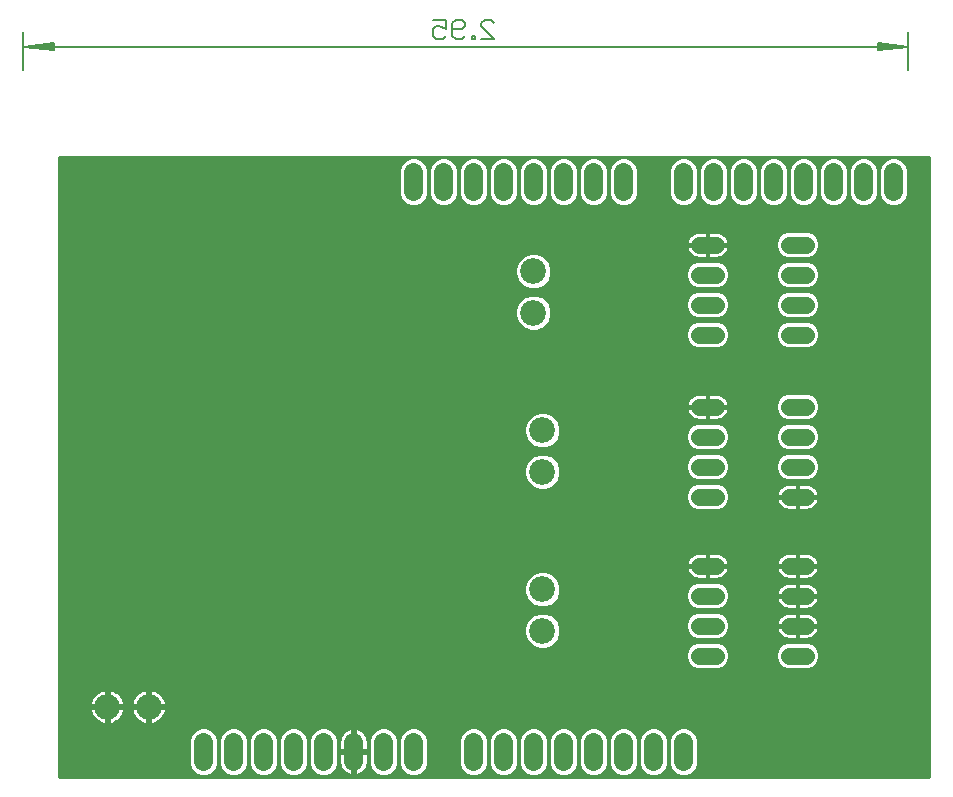
<source format=gbl>
G75*
%MOIN*%
%OFA0B0*%
%FSLAX25Y25*%
%IPPOS*%
%LPD*%
%AMOC8*
5,1,8,0,0,1.08239X$1,22.5*
%
%ADD10C,0.00512*%
%ADD11C,0.00600*%
%ADD12C,0.06400*%
%ADD13C,0.05600*%
%ADD14C,0.08600*%
%ADD15C,0.03200*%
%ADD16C,0.01000*%
%ADD17R,0.04362X0.04362*%
D10*
X0001256Y0245823D02*
X0001256Y0258500D01*
X0001512Y0253500D02*
X0011492Y0252476D01*
X0011492Y0252243D02*
X0001512Y0253500D01*
X0011492Y0254524D01*
X0011492Y0254757D02*
X0011492Y0252243D01*
X0011492Y0252988D02*
X0001512Y0253500D01*
X0011492Y0254012D01*
X0011492Y0254757D02*
X0001512Y0253500D01*
X0296000Y0253500D01*
X0286020Y0252476D01*
X0286020Y0252243D02*
X0296000Y0253500D01*
X0286020Y0254524D01*
X0286020Y0254757D02*
X0286020Y0252243D01*
X0286020Y0252988D02*
X0296000Y0253500D01*
X0286020Y0254012D01*
X0286020Y0254757D02*
X0296000Y0253500D01*
X0296256Y0258500D02*
X0296256Y0245823D01*
D11*
X0158172Y0256062D02*
X0153902Y0260332D01*
X0153902Y0261400D01*
X0154970Y0262467D01*
X0157105Y0262467D01*
X0158172Y0261400D01*
X0158172Y0256062D02*
X0153902Y0256062D01*
X0151727Y0256062D02*
X0150659Y0256062D01*
X0150659Y0257129D01*
X0151727Y0257129D01*
X0151727Y0256062D01*
X0148504Y0257129D02*
X0147437Y0256062D01*
X0145301Y0256062D01*
X0144234Y0257129D01*
X0144234Y0261400D01*
X0145301Y0262467D01*
X0147437Y0262467D01*
X0148504Y0261400D01*
X0148504Y0260332D01*
X0147437Y0259265D01*
X0144234Y0259265D01*
X0142059Y0259265D02*
X0139924Y0260332D01*
X0138856Y0260332D01*
X0137788Y0259265D01*
X0137788Y0257129D01*
X0138856Y0256062D01*
X0140991Y0256062D01*
X0142059Y0257129D01*
X0142059Y0259265D02*
X0142059Y0262467D01*
X0137788Y0262467D01*
D12*
X0141256Y0211700D02*
X0141256Y0205300D01*
X0151256Y0205300D02*
X0151256Y0211700D01*
X0161256Y0211700D02*
X0161256Y0205300D01*
X0171256Y0205300D02*
X0171256Y0211700D01*
X0181256Y0211700D02*
X0181256Y0205300D01*
X0191256Y0205300D02*
X0191256Y0211700D01*
X0201256Y0211700D02*
X0201256Y0205300D01*
X0221256Y0205300D02*
X0221256Y0211700D01*
X0231256Y0211700D02*
X0231256Y0205300D01*
X0241256Y0205300D02*
X0241256Y0211700D01*
X0251256Y0211700D02*
X0251256Y0205300D01*
X0261256Y0205300D02*
X0261256Y0211700D01*
X0271256Y0211700D02*
X0271256Y0205300D01*
X0281256Y0205300D02*
X0281256Y0211700D01*
X0291256Y0211700D02*
X0291256Y0205300D01*
X0131256Y0205300D02*
X0131256Y0211700D01*
X0131256Y0021700D02*
X0131256Y0015300D01*
X0121256Y0015300D02*
X0121256Y0021700D01*
X0111256Y0021700D02*
X0111256Y0015300D01*
X0101256Y0015300D02*
X0101256Y0021700D01*
X0091256Y0021700D02*
X0091256Y0015300D01*
X0081256Y0015300D02*
X0081256Y0021700D01*
X0071256Y0021700D02*
X0071256Y0015300D01*
X0061256Y0015300D02*
X0061256Y0021700D01*
X0151256Y0021700D02*
X0151256Y0015300D01*
X0161256Y0015300D02*
X0161256Y0021700D01*
X0171256Y0021700D02*
X0171256Y0015300D01*
X0181256Y0015300D02*
X0181256Y0021700D01*
X0191256Y0021700D02*
X0191256Y0015300D01*
X0201256Y0015300D02*
X0201256Y0021700D01*
X0211256Y0021700D02*
X0211256Y0015300D01*
X0221256Y0015300D02*
X0221256Y0021700D01*
D13*
X0226456Y0050500D02*
X0232056Y0050500D01*
X0232056Y0060500D02*
X0226456Y0060500D01*
X0226456Y0070500D02*
X0232056Y0070500D01*
X0232056Y0080500D02*
X0226456Y0080500D01*
X0226456Y0103500D02*
X0232056Y0103500D01*
X0232056Y0113500D02*
X0226456Y0113500D01*
X0226456Y0123500D02*
X0232056Y0123500D01*
X0232056Y0133500D02*
X0226456Y0133500D01*
X0226456Y0157500D02*
X0232056Y0157500D01*
X0232056Y0167500D02*
X0226456Y0167500D01*
X0226456Y0177500D02*
X0232056Y0177500D01*
X0232056Y0187500D02*
X0226456Y0187500D01*
X0256456Y0187500D02*
X0262056Y0187500D01*
X0262056Y0177500D02*
X0256456Y0177500D01*
X0256456Y0167500D02*
X0262056Y0167500D01*
X0262056Y0157500D02*
X0256456Y0157500D01*
X0256456Y0133500D02*
X0262056Y0133500D01*
X0262056Y0123500D02*
X0256456Y0123500D01*
X0256456Y0113500D02*
X0262056Y0113500D01*
X0262056Y0103500D02*
X0256456Y0103500D01*
X0256456Y0080500D02*
X0262056Y0080500D01*
X0262056Y0070500D02*
X0256456Y0070500D01*
X0256456Y0060500D02*
X0262056Y0060500D01*
X0262056Y0050500D02*
X0256456Y0050500D01*
D14*
X0174256Y0058807D03*
X0174256Y0072587D03*
X0174256Y0111807D03*
X0174256Y0125587D03*
X0171256Y0164807D03*
X0171256Y0178587D03*
X0042949Y0033500D03*
X0029169Y0033500D03*
D15*
X0101256Y0018500D02*
X0101256Y0017500D01*
D16*
X0012956Y0010200D02*
X0012956Y0216761D01*
X0303257Y0216761D01*
X0303257Y0010200D01*
X0012956Y0010200D01*
X0012956Y0010497D02*
X0060047Y0010497D01*
X0060281Y0010400D02*
X0062231Y0010400D01*
X0064032Y0011146D01*
X0065410Y0012524D01*
X0066156Y0014325D01*
X0066156Y0022675D01*
X0065410Y0024476D01*
X0064032Y0025854D01*
X0062231Y0026600D01*
X0060281Y0026600D01*
X0058480Y0025854D01*
X0057102Y0024476D01*
X0056356Y0022675D01*
X0056356Y0014325D01*
X0057102Y0012524D01*
X0058480Y0011146D01*
X0060281Y0010400D01*
X0062465Y0010497D02*
X0070047Y0010497D01*
X0070281Y0010400D02*
X0072231Y0010400D01*
X0074032Y0011146D01*
X0075410Y0012524D01*
X0076156Y0014325D01*
X0076156Y0022675D01*
X0075410Y0024476D01*
X0074032Y0025854D01*
X0072231Y0026600D01*
X0070281Y0026600D01*
X0068480Y0025854D01*
X0067102Y0024476D01*
X0066356Y0022675D01*
X0066356Y0014325D01*
X0067102Y0012524D01*
X0068480Y0011146D01*
X0070281Y0010400D01*
X0072465Y0010497D02*
X0080047Y0010497D01*
X0080281Y0010400D02*
X0082231Y0010400D01*
X0084032Y0011146D01*
X0085410Y0012524D01*
X0086156Y0014325D01*
X0086156Y0022675D01*
X0085410Y0024476D01*
X0084032Y0025854D01*
X0082231Y0026600D01*
X0080281Y0026600D01*
X0078480Y0025854D01*
X0077102Y0024476D01*
X0076356Y0022675D01*
X0076356Y0014325D01*
X0077102Y0012524D01*
X0078480Y0011146D01*
X0080281Y0010400D01*
X0082465Y0010497D02*
X0090047Y0010497D01*
X0090281Y0010400D02*
X0092231Y0010400D01*
X0094032Y0011146D01*
X0095410Y0012524D01*
X0096156Y0014325D01*
X0096156Y0022675D01*
X0095410Y0024476D01*
X0094032Y0025854D01*
X0092231Y0026600D01*
X0090281Y0026600D01*
X0088480Y0025854D01*
X0087102Y0024476D01*
X0086356Y0022675D01*
X0086356Y0014325D01*
X0087102Y0012524D01*
X0088480Y0011146D01*
X0090281Y0010400D01*
X0092465Y0010497D02*
X0100047Y0010497D01*
X0100281Y0010400D02*
X0102231Y0010400D01*
X0104032Y0011146D01*
X0105410Y0012524D01*
X0106156Y0014325D01*
X0106156Y0022675D01*
X0105410Y0024476D01*
X0104032Y0025854D01*
X0102231Y0026600D01*
X0100281Y0026600D01*
X0098480Y0025854D01*
X0097102Y0024476D01*
X0096356Y0022675D01*
X0096356Y0014325D01*
X0097102Y0012524D01*
X0098480Y0011146D01*
X0100281Y0010400D01*
X0102465Y0010497D02*
X0120047Y0010497D01*
X0120281Y0010400D02*
X0122231Y0010400D01*
X0124032Y0011146D01*
X0125410Y0012524D01*
X0126156Y0014325D01*
X0126156Y0022675D01*
X0125410Y0024476D01*
X0124032Y0025854D01*
X0122231Y0026600D01*
X0120281Y0026600D01*
X0118480Y0025854D01*
X0117102Y0024476D01*
X0116356Y0022675D01*
X0116356Y0014325D01*
X0117102Y0012524D01*
X0118480Y0011146D01*
X0120281Y0010400D01*
X0122465Y0010497D02*
X0130047Y0010497D01*
X0130281Y0010400D02*
X0132231Y0010400D01*
X0134032Y0011146D01*
X0135410Y0012524D01*
X0136156Y0014325D01*
X0136156Y0022675D01*
X0135410Y0024476D01*
X0134032Y0025854D01*
X0132231Y0026600D01*
X0130281Y0026600D01*
X0128480Y0025854D01*
X0127102Y0024476D01*
X0126356Y0022675D01*
X0126356Y0014325D01*
X0127102Y0012524D01*
X0128480Y0011146D01*
X0130281Y0010400D01*
X0132465Y0010497D02*
X0150047Y0010497D01*
X0150281Y0010400D02*
X0152231Y0010400D01*
X0154032Y0011146D01*
X0155410Y0012524D01*
X0156156Y0014325D01*
X0156156Y0022675D01*
X0155410Y0024476D01*
X0154032Y0025854D01*
X0152231Y0026600D01*
X0150281Y0026600D01*
X0148480Y0025854D01*
X0147102Y0024476D01*
X0146356Y0022675D01*
X0146356Y0014325D01*
X0147102Y0012524D01*
X0148480Y0011146D01*
X0150281Y0010400D01*
X0152465Y0010497D02*
X0160047Y0010497D01*
X0160281Y0010400D02*
X0162231Y0010400D01*
X0164032Y0011146D01*
X0165410Y0012524D01*
X0166156Y0014325D01*
X0166156Y0022675D01*
X0165410Y0024476D01*
X0164032Y0025854D01*
X0162231Y0026600D01*
X0160281Y0026600D01*
X0158480Y0025854D01*
X0157102Y0024476D01*
X0156356Y0022675D01*
X0156356Y0014325D01*
X0157102Y0012524D01*
X0158480Y0011146D01*
X0160281Y0010400D01*
X0162465Y0010497D02*
X0170047Y0010497D01*
X0170281Y0010400D02*
X0172231Y0010400D01*
X0174032Y0011146D01*
X0175410Y0012524D01*
X0176156Y0014325D01*
X0176156Y0022675D01*
X0175410Y0024476D01*
X0174032Y0025854D01*
X0172231Y0026600D01*
X0170281Y0026600D01*
X0168480Y0025854D01*
X0167102Y0024476D01*
X0166356Y0022675D01*
X0166356Y0014325D01*
X0167102Y0012524D01*
X0168480Y0011146D01*
X0170281Y0010400D01*
X0172465Y0010497D02*
X0180047Y0010497D01*
X0180281Y0010400D02*
X0182231Y0010400D01*
X0184032Y0011146D01*
X0185410Y0012524D01*
X0186156Y0014325D01*
X0186156Y0022675D01*
X0185410Y0024476D01*
X0184032Y0025854D01*
X0182231Y0026600D01*
X0180281Y0026600D01*
X0178480Y0025854D01*
X0177102Y0024476D01*
X0176356Y0022675D01*
X0176356Y0014325D01*
X0177102Y0012524D01*
X0178480Y0011146D01*
X0180281Y0010400D01*
X0182465Y0010497D02*
X0190047Y0010497D01*
X0190281Y0010400D02*
X0192231Y0010400D01*
X0194032Y0011146D01*
X0195410Y0012524D01*
X0196156Y0014325D01*
X0196156Y0022675D01*
X0195410Y0024476D01*
X0194032Y0025854D01*
X0192231Y0026600D01*
X0190281Y0026600D01*
X0188480Y0025854D01*
X0187102Y0024476D01*
X0186356Y0022675D01*
X0186356Y0014325D01*
X0187102Y0012524D01*
X0188480Y0011146D01*
X0190281Y0010400D01*
X0192465Y0010497D02*
X0200047Y0010497D01*
X0200281Y0010400D02*
X0202231Y0010400D01*
X0204032Y0011146D01*
X0205410Y0012524D01*
X0206156Y0014325D01*
X0206156Y0022675D01*
X0205410Y0024476D01*
X0204032Y0025854D01*
X0202231Y0026600D01*
X0200281Y0026600D01*
X0198480Y0025854D01*
X0197102Y0024476D01*
X0196356Y0022675D01*
X0196356Y0014325D01*
X0197102Y0012524D01*
X0198480Y0011146D01*
X0200281Y0010400D01*
X0202465Y0010497D02*
X0210047Y0010497D01*
X0210281Y0010400D02*
X0208480Y0011146D01*
X0207102Y0012524D01*
X0206356Y0014325D01*
X0206356Y0022675D01*
X0207102Y0024476D01*
X0208480Y0025854D01*
X0210281Y0026600D01*
X0212231Y0026600D01*
X0214032Y0025854D01*
X0215410Y0024476D01*
X0216156Y0022675D01*
X0216156Y0014325D01*
X0215410Y0012524D01*
X0214032Y0011146D01*
X0212231Y0010400D01*
X0210281Y0010400D01*
X0212465Y0010497D02*
X0220047Y0010497D01*
X0220281Y0010400D02*
X0222231Y0010400D01*
X0224032Y0011146D01*
X0225410Y0012524D01*
X0226156Y0014325D01*
X0226156Y0022675D01*
X0225410Y0024476D01*
X0224032Y0025854D01*
X0222231Y0026600D01*
X0220281Y0026600D01*
X0218480Y0025854D01*
X0217102Y0024476D01*
X0216356Y0022675D01*
X0216356Y0014325D01*
X0217102Y0012524D01*
X0218480Y0011146D01*
X0220281Y0010400D01*
X0222465Y0010497D02*
X0303257Y0010497D01*
X0303257Y0011496D02*
X0224381Y0011496D01*
X0225380Y0012494D02*
X0303257Y0012494D01*
X0303257Y0013493D02*
X0225811Y0013493D01*
X0226156Y0014491D02*
X0303257Y0014491D01*
X0303257Y0015490D02*
X0226156Y0015490D01*
X0226156Y0016488D02*
X0303257Y0016488D01*
X0303257Y0017487D02*
X0226156Y0017487D01*
X0226156Y0018485D02*
X0303257Y0018485D01*
X0303257Y0019484D02*
X0226156Y0019484D01*
X0226156Y0020482D02*
X0303257Y0020482D01*
X0303257Y0021481D02*
X0226156Y0021481D01*
X0226156Y0022479D02*
X0303257Y0022479D01*
X0303257Y0023478D02*
X0225823Y0023478D01*
X0225409Y0024476D02*
X0303257Y0024476D01*
X0303257Y0025475D02*
X0224411Y0025475D01*
X0222537Y0026473D02*
X0303257Y0026473D01*
X0303257Y0027472D02*
X0012956Y0027472D01*
X0012956Y0028470D02*
X0026265Y0028470D01*
X0026129Y0028539D02*
X0026943Y0028125D01*
X0027811Y0027843D01*
X0028685Y0027704D01*
X0028685Y0033016D01*
X0023374Y0033016D01*
X0023512Y0032142D01*
X0023794Y0031274D01*
X0024209Y0030460D01*
X0024745Y0029722D01*
X0025391Y0029076D01*
X0026129Y0028539D01*
X0024998Y0029469D02*
X0012956Y0029469D01*
X0012956Y0030467D02*
X0024205Y0030467D01*
X0023732Y0031466D02*
X0012956Y0031466D01*
X0012956Y0032464D02*
X0023461Y0032464D01*
X0023374Y0033984D02*
X0028685Y0033984D01*
X0028685Y0033016D01*
X0029654Y0033016D01*
X0029654Y0033984D01*
X0034965Y0033984D01*
X0034826Y0034858D01*
X0034544Y0035726D01*
X0034130Y0036540D01*
X0033593Y0037278D01*
X0032948Y0037924D01*
X0032209Y0038461D01*
X0031396Y0038875D01*
X0030527Y0039157D01*
X0029654Y0039296D01*
X0029654Y0033984D01*
X0028685Y0033984D01*
X0028685Y0039296D01*
X0027811Y0039157D01*
X0026943Y0038875D01*
X0026129Y0038461D01*
X0025391Y0037924D01*
X0024745Y0037278D01*
X0024209Y0036540D01*
X0023794Y0035726D01*
X0023512Y0034858D01*
X0023374Y0033984D01*
X0023449Y0034461D02*
X0012956Y0034461D01*
X0012956Y0033463D02*
X0028685Y0033463D01*
X0029654Y0033463D02*
X0042464Y0033463D01*
X0042464Y0033016D02*
X0037153Y0033016D01*
X0037292Y0032142D01*
X0037574Y0031274D01*
X0037988Y0030460D01*
X0038525Y0029722D01*
X0039170Y0029076D01*
X0039909Y0028539D01*
X0040722Y0028125D01*
X0041591Y0027843D01*
X0042465Y0027704D01*
X0042465Y0033016D01*
X0043433Y0033016D01*
X0043433Y0033984D01*
X0048744Y0033984D01*
X0048606Y0034858D01*
X0048324Y0035726D01*
X0047909Y0036540D01*
X0047373Y0037278D01*
X0046727Y0037924D01*
X0045989Y0038461D01*
X0045175Y0038875D01*
X0044307Y0039157D01*
X0043433Y0039296D01*
X0043433Y0033984D01*
X0042465Y0033984D01*
X0042465Y0039296D01*
X0041591Y0039157D01*
X0040722Y0038875D01*
X0039909Y0038461D01*
X0039170Y0037924D01*
X0038525Y0037278D01*
X0037988Y0036540D01*
X0037574Y0035726D01*
X0037292Y0034858D01*
X0037153Y0033984D01*
X0042464Y0033984D01*
X0042464Y0033016D01*
X0042465Y0032464D02*
X0043433Y0032464D01*
X0043433Y0033016D02*
X0043433Y0027704D01*
X0044307Y0027843D01*
X0045175Y0028125D01*
X0045989Y0028539D01*
X0046727Y0029076D01*
X0047373Y0029722D01*
X0047909Y0030460D01*
X0048324Y0031274D01*
X0048606Y0032142D01*
X0048744Y0033016D01*
X0043433Y0033016D01*
X0043433Y0033463D02*
X0303257Y0033463D01*
X0303257Y0034461D02*
X0048669Y0034461D01*
X0048411Y0035460D02*
X0303257Y0035460D01*
X0303257Y0036458D02*
X0047951Y0036458D01*
X0047194Y0037457D02*
X0303257Y0037457D01*
X0303257Y0038455D02*
X0045996Y0038455D01*
X0043433Y0038455D02*
X0042465Y0038455D01*
X0042465Y0037457D02*
X0043433Y0037457D01*
X0043433Y0036458D02*
X0042465Y0036458D01*
X0042465Y0035460D02*
X0043433Y0035460D01*
X0043433Y0034461D02*
X0042465Y0034461D01*
X0042465Y0031466D02*
X0043433Y0031466D01*
X0043433Y0030467D02*
X0042465Y0030467D01*
X0042465Y0029469D02*
X0043433Y0029469D01*
X0043433Y0028470D02*
X0042465Y0028470D01*
X0040045Y0028470D02*
X0032073Y0028470D01*
X0032209Y0028539D02*
X0032948Y0029076D01*
X0033593Y0029722D01*
X0034130Y0030460D01*
X0034544Y0031274D01*
X0034826Y0032142D01*
X0034965Y0033016D01*
X0029654Y0033016D01*
X0029654Y0027704D01*
X0030527Y0027843D01*
X0031396Y0028125D01*
X0032209Y0028539D01*
X0033340Y0029469D02*
X0038778Y0029469D01*
X0037985Y0030467D02*
X0034134Y0030467D01*
X0034607Y0031466D02*
X0037511Y0031466D01*
X0037241Y0032464D02*
X0034878Y0032464D01*
X0034889Y0034461D02*
X0037229Y0034461D01*
X0037487Y0035460D02*
X0034631Y0035460D01*
X0034171Y0036458D02*
X0037947Y0036458D01*
X0038703Y0037457D02*
X0033415Y0037457D01*
X0032216Y0038455D02*
X0039902Y0038455D01*
X0029654Y0038455D02*
X0028685Y0038455D01*
X0028685Y0037457D02*
X0029654Y0037457D01*
X0029654Y0036458D02*
X0028685Y0036458D01*
X0028685Y0035460D02*
X0029654Y0035460D01*
X0029654Y0034461D02*
X0028685Y0034461D01*
X0028685Y0032464D02*
X0029654Y0032464D01*
X0029654Y0031466D02*
X0028685Y0031466D01*
X0028685Y0030467D02*
X0029654Y0030467D01*
X0029654Y0029469D02*
X0028685Y0029469D01*
X0028685Y0028470D02*
X0029654Y0028470D01*
X0023708Y0035460D02*
X0012956Y0035460D01*
X0012956Y0036458D02*
X0024167Y0036458D01*
X0024924Y0037457D02*
X0012956Y0037457D01*
X0012956Y0038455D02*
X0026122Y0038455D01*
X0012956Y0039454D02*
X0303257Y0039454D01*
X0303257Y0040452D02*
X0012956Y0040452D01*
X0012956Y0041451D02*
X0303257Y0041451D01*
X0303257Y0042449D02*
X0012956Y0042449D01*
X0012956Y0043448D02*
X0303257Y0043448D01*
X0303257Y0044446D02*
X0012956Y0044446D01*
X0012956Y0045445D02*
X0303257Y0045445D01*
X0303257Y0046443D02*
X0264022Y0046443D01*
X0264605Y0046685D02*
X0265871Y0047951D01*
X0266556Y0049605D01*
X0266556Y0051395D01*
X0265871Y0053049D01*
X0264605Y0054315D01*
X0262951Y0055000D01*
X0255561Y0055000D01*
X0253907Y0054315D01*
X0252641Y0053049D01*
X0251956Y0051395D01*
X0251956Y0049605D01*
X0252641Y0047951D01*
X0253907Y0046685D01*
X0255561Y0046000D01*
X0262951Y0046000D01*
X0264605Y0046685D01*
X0265362Y0047442D02*
X0303257Y0047442D01*
X0303257Y0048440D02*
X0266074Y0048440D01*
X0266487Y0049439D02*
X0303257Y0049439D01*
X0303257Y0050437D02*
X0266556Y0050437D01*
X0266539Y0051436D02*
X0303257Y0051436D01*
X0303257Y0052434D02*
X0266125Y0052434D01*
X0265487Y0053433D02*
X0303257Y0053433D01*
X0303257Y0054432D02*
X0264323Y0054432D01*
X0263707Y0056515D02*
X0263063Y0056306D01*
X0262394Y0056200D01*
X0259556Y0056200D01*
X0259556Y0060200D01*
X0259556Y0060800D01*
X0266356Y0060800D01*
X0266356Y0060838D01*
X0266250Y0061507D01*
X0266041Y0062151D01*
X0265734Y0062754D01*
X0265336Y0063301D01*
X0264857Y0063780D01*
X0264310Y0064178D01*
X0263707Y0064485D01*
X0263063Y0064694D01*
X0262394Y0064800D01*
X0259556Y0064800D01*
X0259556Y0060800D01*
X0258956Y0060800D01*
X0258956Y0064800D01*
X0256117Y0064800D01*
X0255449Y0064694D01*
X0254805Y0064485D01*
X0254202Y0064178D01*
X0253655Y0063780D01*
X0253176Y0063301D01*
X0252778Y0062754D01*
X0252471Y0062151D01*
X0252262Y0061507D01*
X0252156Y0060838D01*
X0252156Y0060800D01*
X0258956Y0060800D01*
X0258956Y0060200D01*
X0259556Y0060200D01*
X0266356Y0060200D01*
X0266356Y0060162D01*
X0266250Y0059493D01*
X0266041Y0058849D01*
X0265734Y0058246D01*
X0265336Y0057699D01*
X0264857Y0057220D01*
X0264310Y0056822D01*
X0263707Y0056515D01*
X0263440Y0056429D02*
X0303257Y0056429D01*
X0303257Y0057427D02*
X0265064Y0057427D01*
X0265825Y0058426D02*
X0303257Y0058426D01*
X0303257Y0059424D02*
X0266228Y0059424D01*
X0266264Y0061421D02*
X0303257Y0061421D01*
X0303257Y0060423D02*
X0259556Y0060423D01*
X0258956Y0060423D02*
X0236556Y0060423D01*
X0236556Y0059605D02*
X0236556Y0061395D01*
X0235871Y0063049D01*
X0234605Y0064315D01*
X0232951Y0065000D01*
X0225561Y0065000D01*
X0223907Y0064315D01*
X0222641Y0063049D01*
X0221956Y0061395D01*
X0221956Y0059605D01*
X0222641Y0057951D01*
X0223907Y0056685D01*
X0225561Y0056000D01*
X0232951Y0056000D01*
X0234605Y0056685D01*
X0235871Y0057951D01*
X0236556Y0059605D01*
X0236481Y0059424D02*
X0252284Y0059424D01*
X0252262Y0059493D02*
X0252471Y0058849D01*
X0252778Y0058246D01*
X0253176Y0057699D01*
X0253655Y0057220D01*
X0254202Y0056822D01*
X0254805Y0056515D01*
X0255449Y0056306D01*
X0256117Y0056200D01*
X0258956Y0056200D01*
X0258956Y0060200D01*
X0252156Y0060200D01*
X0252156Y0060162D01*
X0252262Y0059493D01*
X0252687Y0058426D02*
X0236067Y0058426D01*
X0235347Y0057427D02*
X0253448Y0057427D01*
X0255071Y0056429D02*
X0233986Y0056429D01*
X0232951Y0055000D02*
X0225561Y0055000D01*
X0223907Y0054315D01*
X0222641Y0053049D01*
X0221956Y0051395D01*
X0221956Y0049605D01*
X0222641Y0047951D01*
X0223907Y0046685D01*
X0225561Y0046000D01*
X0232951Y0046000D01*
X0234605Y0046685D01*
X0235871Y0047951D01*
X0236556Y0049605D01*
X0236556Y0051395D01*
X0235871Y0053049D01*
X0234605Y0054315D01*
X0232951Y0055000D01*
X0234323Y0054432D02*
X0254188Y0054432D01*
X0253025Y0053433D02*
X0235487Y0053433D01*
X0236125Y0052434D02*
X0252386Y0052434D01*
X0251973Y0051436D02*
X0236539Y0051436D01*
X0236556Y0050437D02*
X0251956Y0050437D01*
X0252025Y0049439D02*
X0236487Y0049439D01*
X0236074Y0048440D02*
X0252438Y0048440D01*
X0253150Y0047442D02*
X0235362Y0047442D01*
X0234022Y0046443D02*
X0254490Y0046443D01*
X0258956Y0056429D02*
X0259556Y0056429D01*
X0259556Y0057427D02*
X0258956Y0057427D01*
X0258956Y0058426D02*
X0259556Y0058426D01*
X0259556Y0059424D02*
X0258956Y0059424D01*
X0258956Y0061421D02*
X0259556Y0061421D01*
X0259556Y0062420D02*
X0258956Y0062420D01*
X0258956Y0063418D02*
X0259556Y0063418D01*
X0259556Y0064417D02*
X0258956Y0064417D01*
X0258956Y0066200D02*
X0258956Y0070200D01*
X0259556Y0070200D01*
X0259556Y0070800D01*
X0266356Y0070800D01*
X0266356Y0070838D01*
X0266250Y0071507D01*
X0266041Y0072151D01*
X0265734Y0072754D01*
X0265336Y0073301D01*
X0264857Y0073780D01*
X0264310Y0074178D01*
X0263707Y0074485D01*
X0263063Y0074694D01*
X0262394Y0074800D01*
X0259556Y0074800D01*
X0259556Y0070800D01*
X0258956Y0070800D01*
X0258956Y0074800D01*
X0256117Y0074800D01*
X0255449Y0074694D01*
X0254805Y0074485D01*
X0254202Y0074178D01*
X0253655Y0073780D01*
X0253176Y0073301D01*
X0252778Y0072754D01*
X0252471Y0072151D01*
X0252262Y0071507D01*
X0252156Y0070838D01*
X0252156Y0070800D01*
X0258956Y0070800D01*
X0258956Y0070200D01*
X0252156Y0070200D01*
X0252156Y0070162D01*
X0252262Y0069493D01*
X0252471Y0068849D01*
X0252778Y0068246D01*
X0253176Y0067699D01*
X0253655Y0067220D01*
X0254202Y0066822D01*
X0254805Y0066515D01*
X0255449Y0066306D01*
X0256117Y0066200D01*
X0258956Y0066200D01*
X0258956Y0066414D02*
X0259556Y0066414D01*
X0259556Y0066200D02*
X0262394Y0066200D01*
X0263063Y0066306D01*
X0263707Y0066515D01*
X0264310Y0066822D01*
X0264857Y0067220D01*
X0265336Y0067699D01*
X0265734Y0068246D01*
X0266041Y0068849D01*
X0266250Y0069493D01*
X0266356Y0070162D01*
X0266356Y0070200D01*
X0259556Y0070200D01*
X0259556Y0066200D01*
X0259556Y0067412D02*
X0258956Y0067412D01*
X0258956Y0068411D02*
X0259556Y0068411D01*
X0259556Y0069409D02*
X0258956Y0069409D01*
X0258956Y0070408D02*
X0236556Y0070408D01*
X0236556Y0069605D02*
X0236556Y0071395D01*
X0235871Y0073049D01*
X0234605Y0074315D01*
X0232951Y0075000D01*
X0225561Y0075000D01*
X0223907Y0074315D01*
X0222641Y0073049D01*
X0221956Y0071395D01*
X0221956Y0069605D01*
X0222641Y0067951D01*
X0223907Y0066685D01*
X0225561Y0066000D01*
X0232951Y0066000D01*
X0234605Y0066685D01*
X0235871Y0067951D01*
X0236556Y0069605D01*
X0236475Y0069409D02*
X0252289Y0069409D01*
X0252694Y0068411D02*
X0236061Y0068411D01*
X0235332Y0067412D02*
X0253463Y0067412D01*
X0255117Y0066414D02*
X0233950Y0066414D01*
X0234359Y0064417D02*
X0254671Y0064417D01*
X0253293Y0063418D02*
X0235502Y0063418D01*
X0236132Y0062420D02*
X0252608Y0062420D01*
X0252248Y0061421D02*
X0236545Y0061421D01*
X0236551Y0071406D02*
X0252246Y0071406D01*
X0252600Y0072405D02*
X0236138Y0072405D01*
X0235517Y0073403D02*
X0253278Y0073403D01*
X0254642Y0074402D02*
X0234395Y0074402D01*
X0233707Y0076515D02*
X0234310Y0076822D01*
X0234857Y0077220D01*
X0235336Y0077699D01*
X0235734Y0078246D01*
X0236041Y0078849D01*
X0236250Y0079493D01*
X0236356Y0080162D01*
X0236356Y0080200D01*
X0229556Y0080200D01*
X0229556Y0080800D01*
X0236356Y0080800D01*
X0236356Y0080838D01*
X0236250Y0081507D01*
X0236041Y0082151D01*
X0235734Y0082754D01*
X0235336Y0083301D01*
X0234857Y0083780D01*
X0234310Y0084178D01*
X0233707Y0084485D01*
X0233063Y0084694D01*
X0232394Y0084800D01*
X0229556Y0084800D01*
X0229556Y0080800D01*
X0228956Y0080800D01*
X0228956Y0084800D01*
X0226117Y0084800D01*
X0225449Y0084694D01*
X0224805Y0084485D01*
X0224202Y0084178D01*
X0223655Y0083780D01*
X0223176Y0083301D01*
X0222778Y0082754D01*
X0222471Y0082151D01*
X0222262Y0081507D01*
X0222156Y0080838D01*
X0222156Y0080800D01*
X0228956Y0080800D01*
X0228956Y0080200D01*
X0229556Y0080200D01*
X0229556Y0076200D01*
X0232394Y0076200D01*
X0233063Y0076306D01*
X0233707Y0076515D01*
X0233349Y0076399D02*
X0255163Y0076399D01*
X0255449Y0076306D02*
X0256117Y0076200D01*
X0258956Y0076200D01*
X0258956Y0080200D01*
X0259556Y0080200D01*
X0259556Y0080800D01*
X0266356Y0080800D01*
X0266356Y0080838D01*
X0266250Y0081507D01*
X0266041Y0082151D01*
X0265734Y0082754D01*
X0265336Y0083301D01*
X0264857Y0083780D01*
X0264310Y0084178D01*
X0263707Y0084485D01*
X0263063Y0084694D01*
X0262394Y0084800D01*
X0259556Y0084800D01*
X0259556Y0080800D01*
X0258956Y0080800D01*
X0258956Y0084800D01*
X0256117Y0084800D01*
X0255449Y0084694D01*
X0254805Y0084485D01*
X0254202Y0084178D01*
X0253655Y0083780D01*
X0253176Y0083301D01*
X0252778Y0082754D01*
X0252471Y0082151D01*
X0252262Y0081507D01*
X0252156Y0080838D01*
X0252156Y0080800D01*
X0258956Y0080800D01*
X0258956Y0080200D01*
X0252156Y0080200D01*
X0252156Y0080162D01*
X0252262Y0079493D01*
X0252471Y0078849D01*
X0252778Y0078246D01*
X0253176Y0077699D01*
X0253655Y0077220D01*
X0254202Y0076822D01*
X0254805Y0076515D01*
X0255449Y0076306D01*
X0253477Y0077397D02*
X0235034Y0077397D01*
X0235810Y0078396D02*
X0252702Y0078396D01*
X0252294Y0079394D02*
X0236218Y0079394D01*
X0236268Y0081391D02*
X0252243Y0081391D01*
X0252593Y0082390D02*
X0235919Y0082390D01*
X0235249Y0083388D02*
X0253263Y0083388D01*
X0254613Y0084387D02*
X0233899Y0084387D01*
X0229556Y0084387D02*
X0228956Y0084387D01*
X0228956Y0083388D02*
X0229556Y0083388D01*
X0229556Y0082390D02*
X0228956Y0082390D01*
X0228956Y0081391D02*
X0229556Y0081391D01*
X0229556Y0080393D02*
X0258956Y0080393D01*
X0259556Y0080393D02*
X0303257Y0080393D01*
X0303257Y0081391D02*
X0266268Y0081391D01*
X0265919Y0082390D02*
X0303257Y0082390D01*
X0303257Y0083388D02*
X0265249Y0083388D01*
X0263899Y0084387D02*
X0303257Y0084387D01*
X0303257Y0085385D02*
X0012956Y0085385D01*
X0012956Y0084387D02*
X0224613Y0084387D01*
X0223263Y0083388D02*
X0012956Y0083388D01*
X0012956Y0082390D02*
X0222593Y0082390D01*
X0222243Y0081391D02*
X0012956Y0081391D01*
X0012956Y0080393D02*
X0228956Y0080393D01*
X0228956Y0080200D02*
X0222156Y0080200D01*
X0222156Y0080162D01*
X0222262Y0079493D01*
X0222471Y0078849D01*
X0222778Y0078246D01*
X0223176Y0077699D01*
X0223655Y0077220D01*
X0224202Y0076822D01*
X0224805Y0076515D01*
X0225449Y0076306D01*
X0226117Y0076200D01*
X0228956Y0076200D01*
X0228956Y0080200D01*
X0228956Y0079394D02*
X0229556Y0079394D01*
X0229556Y0078396D02*
X0228956Y0078396D01*
X0228956Y0077397D02*
X0229556Y0077397D01*
X0229556Y0076399D02*
X0228956Y0076399D01*
X0225163Y0076399D02*
X0178929Y0076399D01*
X0179342Y0075985D02*
X0177655Y0077673D01*
X0175449Y0078587D01*
X0173062Y0078587D01*
X0170857Y0077673D01*
X0169169Y0075985D01*
X0168256Y0073780D01*
X0168256Y0071393D01*
X0169169Y0069188D01*
X0170857Y0067500D01*
X0173062Y0066587D01*
X0175449Y0066587D01*
X0177655Y0067500D01*
X0179342Y0069188D01*
X0180256Y0071393D01*
X0180256Y0073780D01*
X0179342Y0075985D01*
X0179585Y0075400D02*
X0303257Y0075400D01*
X0303257Y0074402D02*
X0263870Y0074402D01*
X0265234Y0073403D02*
X0303257Y0073403D01*
X0303257Y0072405D02*
X0265911Y0072405D01*
X0266266Y0071406D02*
X0303257Y0071406D01*
X0303257Y0070408D02*
X0259556Y0070408D01*
X0259556Y0071406D02*
X0258956Y0071406D01*
X0258956Y0072405D02*
X0259556Y0072405D01*
X0259556Y0073403D02*
X0258956Y0073403D01*
X0258956Y0074402D02*
X0259556Y0074402D01*
X0259556Y0076200D02*
X0262394Y0076200D01*
X0263063Y0076306D01*
X0263707Y0076515D01*
X0264310Y0076822D01*
X0264857Y0077220D01*
X0265336Y0077699D01*
X0265734Y0078246D01*
X0266041Y0078849D01*
X0266250Y0079493D01*
X0266356Y0080162D01*
X0266356Y0080200D01*
X0259556Y0080200D01*
X0259556Y0076200D01*
X0259556Y0076399D02*
X0258956Y0076399D01*
X0258956Y0077397D02*
X0259556Y0077397D01*
X0259556Y0078396D02*
X0258956Y0078396D01*
X0258956Y0079394D02*
X0259556Y0079394D01*
X0259556Y0081391D02*
X0258956Y0081391D01*
X0258956Y0082390D02*
X0259556Y0082390D01*
X0259556Y0083388D02*
X0258956Y0083388D01*
X0258956Y0084387D02*
X0259556Y0084387D01*
X0266218Y0079394D02*
X0303257Y0079394D01*
X0303257Y0078396D02*
X0265810Y0078396D01*
X0265034Y0077397D02*
X0303257Y0077397D01*
X0303257Y0076399D02*
X0263349Y0076399D01*
X0266223Y0069409D02*
X0303257Y0069409D01*
X0303257Y0068411D02*
X0265817Y0068411D01*
X0265049Y0067412D02*
X0303257Y0067412D01*
X0303257Y0066414D02*
X0263395Y0066414D01*
X0263841Y0064417D02*
X0303257Y0064417D01*
X0303257Y0065415D02*
X0012956Y0065415D01*
X0012956Y0064417D02*
X0172120Y0064417D01*
X0173062Y0064807D02*
X0170857Y0063894D01*
X0169169Y0062206D01*
X0168256Y0060001D01*
X0168256Y0057614D01*
X0169169Y0055408D01*
X0170857Y0053721D01*
X0173062Y0052807D01*
X0175449Y0052807D01*
X0177655Y0053721D01*
X0179342Y0055408D01*
X0180256Y0057614D01*
X0180256Y0060001D01*
X0179342Y0062206D01*
X0177655Y0063894D01*
X0175449Y0064807D01*
X0173062Y0064807D01*
X0170382Y0063418D02*
X0012956Y0063418D01*
X0012956Y0062420D02*
X0169383Y0062420D01*
X0168844Y0061421D02*
X0012956Y0061421D01*
X0012956Y0060423D02*
X0168431Y0060423D01*
X0168256Y0059424D02*
X0012956Y0059424D01*
X0012956Y0058426D02*
X0168256Y0058426D01*
X0168333Y0057427D02*
X0012956Y0057427D01*
X0012956Y0056429D02*
X0168747Y0056429D01*
X0169160Y0055430D02*
X0012956Y0055430D01*
X0012956Y0054432D02*
X0170146Y0054432D01*
X0171551Y0053433D02*
X0012956Y0053433D01*
X0012956Y0052434D02*
X0222386Y0052434D01*
X0221973Y0051436D02*
X0012956Y0051436D01*
X0012956Y0050437D02*
X0221956Y0050437D01*
X0222025Y0049439D02*
X0012956Y0049439D01*
X0012956Y0048440D02*
X0222438Y0048440D01*
X0223150Y0047442D02*
X0012956Y0047442D01*
X0012956Y0046443D02*
X0224490Y0046443D01*
X0223025Y0053433D02*
X0176960Y0053433D01*
X0178366Y0054432D02*
X0224188Y0054432D01*
X0224526Y0056429D02*
X0179765Y0056429D01*
X0180179Y0057427D02*
X0223165Y0057427D01*
X0222444Y0058426D02*
X0180256Y0058426D01*
X0180256Y0059424D02*
X0222031Y0059424D01*
X0221956Y0060423D02*
X0180081Y0060423D01*
X0179667Y0061421D02*
X0221967Y0061421D01*
X0222380Y0062420D02*
X0179129Y0062420D01*
X0178130Y0063418D02*
X0223010Y0063418D01*
X0224152Y0064417D02*
X0176392Y0064417D01*
X0177442Y0067412D02*
X0223180Y0067412D01*
X0222451Y0068411D02*
X0178565Y0068411D01*
X0179434Y0069409D02*
X0222037Y0069409D01*
X0221956Y0070408D02*
X0179848Y0070408D01*
X0180256Y0071406D02*
X0221961Y0071406D01*
X0222374Y0072405D02*
X0180256Y0072405D01*
X0180256Y0073403D02*
X0222995Y0073403D01*
X0224116Y0074402D02*
X0179998Y0074402D01*
X0177930Y0077397D02*
X0223477Y0077397D01*
X0222702Y0078396D02*
X0175910Y0078396D01*
X0172602Y0078396D02*
X0012956Y0078396D01*
X0012956Y0079394D02*
X0222294Y0079394D01*
X0224562Y0066414D02*
X0012956Y0066414D01*
X0012956Y0067412D02*
X0171069Y0067412D01*
X0169947Y0068411D02*
X0012956Y0068411D01*
X0012956Y0069409D02*
X0169078Y0069409D01*
X0168664Y0070408D02*
X0012956Y0070408D01*
X0012956Y0071406D02*
X0168256Y0071406D01*
X0168256Y0072405D02*
X0012956Y0072405D01*
X0012956Y0073403D02*
X0168256Y0073403D01*
X0168513Y0074402D02*
X0012956Y0074402D01*
X0012956Y0075400D02*
X0168927Y0075400D01*
X0169583Y0076399D02*
X0012956Y0076399D01*
X0012956Y0077397D02*
X0170581Y0077397D01*
X0179351Y0055430D02*
X0303257Y0055430D01*
X0303257Y0062420D02*
X0265904Y0062420D01*
X0265219Y0063418D02*
X0303257Y0063418D01*
X0303257Y0086384D02*
X0012956Y0086384D01*
X0012956Y0087382D02*
X0303257Y0087382D01*
X0303257Y0088381D02*
X0012956Y0088381D01*
X0012956Y0089379D02*
X0303257Y0089379D01*
X0303257Y0090378D02*
X0012956Y0090378D01*
X0012956Y0091376D02*
X0303257Y0091376D01*
X0303257Y0092375D02*
X0012956Y0092375D01*
X0012956Y0093373D02*
X0303257Y0093373D01*
X0303257Y0094372D02*
X0012956Y0094372D01*
X0012956Y0095370D02*
X0303257Y0095370D01*
X0303257Y0096369D02*
X0012956Y0096369D01*
X0012956Y0097368D02*
X0303257Y0097368D01*
X0303257Y0098366D02*
X0012956Y0098366D01*
X0012956Y0099365D02*
X0224681Y0099365D01*
X0223907Y0099685D02*
X0225561Y0099000D01*
X0232951Y0099000D01*
X0234605Y0099685D01*
X0235871Y0100951D01*
X0236556Y0102605D01*
X0236556Y0104395D01*
X0235871Y0106049D01*
X0234605Y0107315D01*
X0232951Y0108000D01*
X0225561Y0108000D01*
X0223907Y0107315D01*
X0222641Y0106049D01*
X0221956Y0104395D01*
X0221956Y0102605D01*
X0222641Y0100951D01*
X0223907Y0099685D01*
X0223229Y0100363D02*
X0012956Y0100363D01*
X0012956Y0101362D02*
X0222471Y0101362D01*
X0222057Y0102360D02*
X0012956Y0102360D01*
X0012956Y0103359D02*
X0221956Y0103359D01*
X0221956Y0104357D02*
X0012956Y0104357D01*
X0012956Y0105356D02*
X0222354Y0105356D01*
X0222946Y0106354D02*
X0176770Y0106354D01*
X0177655Y0106721D02*
X0179342Y0108408D01*
X0180256Y0110614D01*
X0180256Y0113001D01*
X0179342Y0115206D01*
X0177655Y0116894D01*
X0175449Y0117807D01*
X0173062Y0117807D01*
X0170857Y0116894D01*
X0169169Y0115206D01*
X0168256Y0113001D01*
X0168256Y0110614D01*
X0169169Y0108408D01*
X0170857Y0106721D01*
X0173062Y0105807D01*
X0175449Y0105807D01*
X0177655Y0106721D01*
X0178287Y0107353D02*
X0223998Y0107353D01*
X0224717Y0109350D02*
X0179732Y0109350D01*
X0180146Y0110348D02*
X0223244Y0110348D01*
X0222641Y0110951D02*
X0223907Y0109685D01*
X0225561Y0109000D01*
X0232951Y0109000D01*
X0234605Y0109685D01*
X0235871Y0110951D01*
X0236556Y0112605D01*
X0236556Y0114395D01*
X0235871Y0116049D01*
X0234605Y0117315D01*
X0232951Y0118000D01*
X0225561Y0118000D01*
X0223907Y0117315D01*
X0222641Y0116049D01*
X0221956Y0114395D01*
X0221956Y0112605D01*
X0222641Y0110951D01*
X0222477Y0111347D02*
X0180256Y0111347D01*
X0180256Y0112345D02*
X0222063Y0112345D01*
X0221956Y0113344D02*
X0180114Y0113344D01*
X0179700Y0114342D02*
X0221956Y0114342D01*
X0222348Y0115341D02*
X0179208Y0115341D01*
X0178209Y0116339D02*
X0222931Y0116339D01*
X0223962Y0117338D02*
X0176582Y0117338D01*
X0175449Y0119587D02*
X0177655Y0120500D01*
X0179342Y0122188D01*
X0180256Y0124393D01*
X0180256Y0126780D01*
X0179342Y0128985D01*
X0177655Y0130673D01*
X0175449Y0131587D01*
X0173062Y0131587D01*
X0170857Y0130673D01*
X0169169Y0128985D01*
X0168256Y0126780D01*
X0168256Y0124393D01*
X0169169Y0122188D01*
X0170857Y0120500D01*
X0173062Y0119587D01*
X0175449Y0119587D01*
X0177252Y0120333D02*
X0223259Y0120333D01*
X0222641Y0120951D02*
X0221956Y0122605D01*
X0221956Y0124395D01*
X0222641Y0126049D01*
X0223907Y0127315D01*
X0225561Y0128000D01*
X0232951Y0128000D01*
X0234605Y0127315D01*
X0235871Y0126049D01*
X0236556Y0124395D01*
X0236556Y0122605D01*
X0235871Y0120951D01*
X0234605Y0119685D01*
X0232951Y0119000D01*
X0225561Y0119000D01*
X0223907Y0119685D01*
X0222641Y0120951D01*
X0222483Y0121332D02*
X0178486Y0121332D01*
X0179401Y0122330D02*
X0222070Y0122330D01*
X0221956Y0123329D02*
X0179815Y0123329D01*
X0180229Y0124327D02*
X0221956Y0124327D01*
X0222341Y0125326D02*
X0180256Y0125326D01*
X0180256Y0126324D02*
X0222916Y0126324D01*
X0223926Y0127323D02*
X0180031Y0127323D01*
X0179617Y0128321D02*
X0303257Y0128321D01*
X0303257Y0127323D02*
X0264586Y0127323D01*
X0264605Y0127315D02*
X0262951Y0128000D01*
X0255561Y0128000D01*
X0253907Y0127315D01*
X0252641Y0126049D01*
X0251956Y0124395D01*
X0251956Y0122605D01*
X0252641Y0120951D01*
X0253907Y0119685D01*
X0255561Y0119000D01*
X0262951Y0119000D01*
X0264605Y0119685D01*
X0265871Y0120951D01*
X0266556Y0122605D01*
X0266556Y0124395D01*
X0265871Y0126049D01*
X0264605Y0127315D01*
X0265596Y0126324D02*
X0303257Y0126324D01*
X0303257Y0125326D02*
X0266170Y0125326D01*
X0266556Y0124327D02*
X0303257Y0124327D01*
X0303257Y0123329D02*
X0266556Y0123329D01*
X0266442Y0122330D02*
X0303257Y0122330D01*
X0303257Y0121332D02*
X0266029Y0121332D01*
X0265253Y0120333D02*
X0303257Y0120333D01*
X0303257Y0119335D02*
X0263759Y0119335D01*
X0262951Y0118000D02*
X0264605Y0117315D01*
X0265871Y0116049D01*
X0266556Y0114395D01*
X0266556Y0112605D01*
X0265871Y0110951D01*
X0264605Y0109685D01*
X0262951Y0109000D01*
X0255561Y0109000D01*
X0253907Y0109685D01*
X0252641Y0110951D01*
X0251956Y0112605D01*
X0251956Y0114395D01*
X0252641Y0116049D01*
X0253907Y0117315D01*
X0255561Y0118000D01*
X0262951Y0118000D01*
X0264550Y0117338D02*
X0303257Y0117338D01*
X0303257Y0118336D02*
X0012956Y0118336D01*
X0012956Y0117338D02*
X0171929Y0117338D01*
X0170303Y0116339D02*
X0012956Y0116339D01*
X0012956Y0115341D02*
X0169304Y0115341D01*
X0168812Y0114342D02*
X0012956Y0114342D01*
X0012956Y0113344D02*
X0168398Y0113344D01*
X0168256Y0112345D02*
X0012956Y0112345D01*
X0012956Y0111347D02*
X0168256Y0111347D01*
X0168366Y0110348D02*
X0012956Y0110348D01*
X0012956Y0109350D02*
X0168779Y0109350D01*
X0169227Y0108351D02*
X0012956Y0108351D01*
X0012956Y0107353D02*
X0170225Y0107353D01*
X0171742Y0106354D02*
X0012956Y0106354D01*
X0012956Y0119335D02*
X0224753Y0119335D01*
X0233759Y0119335D02*
X0254753Y0119335D01*
X0253259Y0120333D02*
X0235253Y0120333D01*
X0236029Y0121332D02*
X0252483Y0121332D01*
X0252070Y0122330D02*
X0236442Y0122330D01*
X0236556Y0123329D02*
X0251956Y0123329D01*
X0251956Y0124327D02*
X0236556Y0124327D01*
X0236170Y0125326D02*
X0252341Y0125326D01*
X0252916Y0126324D02*
X0235596Y0126324D01*
X0234586Y0127323D02*
X0253926Y0127323D01*
X0254789Y0129320D02*
X0233106Y0129320D01*
X0233063Y0129306D02*
X0233707Y0129515D01*
X0234310Y0129822D01*
X0234857Y0130220D01*
X0235336Y0130699D01*
X0235734Y0131246D01*
X0236041Y0131849D01*
X0236250Y0132493D01*
X0236356Y0133162D01*
X0236356Y0133200D01*
X0229556Y0133200D01*
X0229556Y0133800D01*
X0236356Y0133800D01*
X0236356Y0133838D01*
X0236250Y0134507D01*
X0236041Y0135151D01*
X0235734Y0135754D01*
X0235336Y0136301D01*
X0234857Y0136780D01*
X0234310Y0137178D01*
X0233707Y0137485D01*
X0233063Y0137694D01*
X0232394Y0137800D01*
X0229556Y0137800D01*
X0229556Y0133800D01*
X0228956Y0133800D01*
X0228956Y0137800D01*
X0226117Y0137800D01*
X0225449Y0137694D01*
X0224805Y0137485D01*
X0224202Y0137178D01*
X0223655Y0136780D01*
X0223176Y0136301D01*
X0222778Y0135754D01*
X0222471Y0135151D01*
X0222262Y0134507D01*
X0222156Y0133838D01*
X0222156Y0133800D01*
X0228956Y0133800D01*
X0228956Y0133200D01*
X0229556Y0133200D01*
X0229556Y0129200D01*
X0232394Y0129200D01*
X0233063Y0129306D01*
X0234955Y0130318D02*
X0253274Y0130318D01*
X0253907Y0129685D02*
X0255561Y0129000D01*
X0262951Y0129000D01*
X0264605Y0129685D01*
X0265871Y0130951D01*
X0266556Y0132605D01*
X0266556Y0134395D01*
X0265871Y0136049D01*
X0264605Y0137315D01*
X0262951Y0138000D01*
X0255561Y0138000D01*
X0253907Y0137315D01*
X0252641Y0136049D01*
X0251956Y0134395D01*
X0251956Y0132605D01*
X0252641Y0130951D01*
X0253907Y0129685D01*
X0252489Y0131317D02*
X0235770Y0131317D01*
X0236192Y0132315D02*
X0252076Y0132315D01*
X0251956Y0133314D02*
X0229556Y0133314D01*
X0228956Y0133314D02*
X0012956Y0133314D01*
X0012956Y0134312D02*
X0222231Y0134312D01*
X0222553Y0135311D02*
X0012956Y0135311D01*
X0012956Y0136309D02*
X0223184Y0136309D01*
X0224458Y0137308D02*
X0012956Y0137308D01*
X0012956Y0138306D02*
X0303257Y0138306D01*
X0303257Y0137308D02*
X0264612Y0137308D01*
X0265610Y0136309D02*
X0303257Y0136309D01*
X0303257Y0135311D02*
X0266177Y0135311D01*
X0266556Y0134312D02*
X0303257Y0134312D01*
X0303257Y0133314D02*
X0266556Y0133314D01*
X0266436Y0132315D02*
X0303257Y0132315D01*
X0303257Y0131317D02*
X0266022Y0131317D01*
X0265238Y0130318D02*
X0303257Y0130318D01*
X0303257Y0129320D02*
X0263723Y0129320D01*
X0253900Y0137308D02*
X0234054Y0137308D01*
X0235328Y0136309D02*
X0252901Y0136309D01*
X0252335Y0135311D02*
X0235959Y0135311D01*
X0236281Y0134312D02*
X0251956Y0134312D01*
X0253962Y0117338D02*
X0234550Y0117338D01*
X0235581Y0116339D02*
X0252931Y0116339D01*
X0252348Y0115341D02*
X0236164Y0115341D01*
X0236556Y0114342D02*
X0251956Y0114342D01*
X0251956Y0113344D02*
X0236556Y0113344D01*
X0236448Y0112345D02*
X0252063Y0112345D01*
X0252477Y0111347D02*
X0236035Y0111347D01*
X0235268Y0110348D02*
X0253244Y0110348D01*
X0254717Y0109350D02*
X0233795Y0109350D01*
X0234514Y0107353D02*
X0254546Y0107353D01*
X0254805Y0107485D02*
X0254202Y0107178D01*
X0253655Y0106780D01*
X0253176Y0106301D01*
X0252778Y0105754D01*
X0252471Y0105151D01*
X0252262Y0104507D01*
X0252156Y0103838D01*
X0252156Y0103800D01*
X0258956Y0103800D01*
X0258956Y0107800D01*
X0256117Y0107800D01*
X0255449Y0107694D01*
X0254805Y0107485D01*
X0253229Y0106354D02*
X0235566Y0106354D01*
X0236158Y0105356D02*
X0252575Y0105356D01*
X0252238Y0104357D02*
X0236556Y0104357D01*
X0236556Y0103359D02*
X0258956Y0103359D01*
X0258956Y0103200D02*
X0252156Y0103200D01*
X0252156Y0103162D01*
X0252262Y0102493D01*
X0252471Y0101849D01*
X0252778Y0101246D01*
X0253176Y0100699D01*
X0253655Y0100220D01*
X0254202Y0099822D01*
X0254805Y0099515D01*
X0255449Y0099306D01*
X0256117Y0099200D01*
X0258956Y0099200D01*
X0258956Y0103200D01*
X0259556Y0103200D01*
X0259556Y0103800D01*
X0266356Y0103800D01*
X0266356Y0103838D01*
X0266250Y0104507D01*
X0266041Y0105151D01*
X0265734Y0105754D01*
X0265336Y0106301D01*
X0264857Y0106780D01*
X0264310Y0107178D01*
X0263707Y0107485D01*
X0263063Y0107694D01*
X0262394Y0107800D01*
X0259556Y0107800D01*
X0259556Y0103800D01*
X0258956Y0103800D01*
X0258956Y0103200D01*
X0259556Y0103200D02*
X0259556Y0099200D01*
X0262394Y0099200D01*
X0263063Y0099306D01*
X0263707Y0099515D01*
X0264310Y0099822D01*
X0264857Y0100220D01*
X0265336Y0100699D01*
X0265734Y0101246D01*
X0266041Y0101849D01*
X0266250Y0102493D01*
X0266356Y0103162D01*
X0266356Y0103200D01*
X0259556Y0103200D01*
X0259556Y0103359D02*
X0303257Y0103359D01*
X0303257Y0104357D02*
X0266274Y0104357D01*
X0265936Y0105356D02*
X0303257Y0105356D01*
X0303257Y0106354D02*
X0265283Y0106354D01*
X0263966Y0107353D02*
X0303257Y0107353D01*
X0303257Y0108351D02*
X0179285Y0108351D01*
X0171260Y0120333D02*
X0012956Y0120333D01*
X0012956Y0121332D02*
X0170025Y0121332D01*
X0169110Y0122330D02*
X0012956Y0122330D01*
X0012956Y0123329D02*
X0168697Y0123329D01*
X0168283Y0124327D02*
X0012956Y0124327D01*
X0012956Y0125326D02*
X0168256Y0125326D01*
X0168256Y0126324D02*
X0012956Y0126324D01*
X0012956Y0127323D02*
X0168481Y0127323D01*
X0168894Y0128321D02*
X0012956Y0128321D01*
X0012956Y0129320D02*
X0169504Y0129320D01*
X0170502Y0130318D02*
X0012956Y0130318D01*
X0012956Y0131317D02*
X0172411Y0131317D01*
X0176101Y0131317D02*
X0222742Y0131317D01*
X0222778Y0131246D02*
X0222471Y0131849D01*
X0222262Y0132493D01*
X0222156Y0133162D01*
X0222156Y0133200D01*
X0228956Y0133200D01*
X0228956Y0129200D01*
X0226117Y0129200D01*
X0225449Y0129306D01*
X0224805Y0129515D01*
X0224202Y0129822D01*
X0223655Y0130220D01*
X0223176Y0130699D01*
X0222778Y0131246D01*
X0222320Y0132315D02*
X0012956Y0132315D01*
X0012956Y0139305D02*
X0303257Y0139305D01*
X0303257Y0140303D02*
X0012956Y0140303D01*
X0012956Y0141302D02*
X0303257Y0141302D01*
X0303257Y0142301D02*
X0012956Y0142301D01*
X0012956Y0143299D02*
X0303257Y0143299D01*
X0303257Y0144298D02*
X0012956Y0144298D01*
X0012956Y0145296D02*
X0303257Y0145296D01*
X0303257Y0146295D02*
X0012956Y0146295D01*
X0012956Y0147293D02*
X0303257Y0147293D01*
X0303257Y0148292D02*
X0012956Y0148292D01*
X0012956Y0149290D02*
X0303257Y0149290D01*
X0303257Y0150289D02*
X0012956Y0150289D01*
X0012956Y0151287D02*
X0303257Y0151287D01*
X0303257Y0152286D02*
X0012956Y0152286D01*
X0012956Y0153284D02*
X0224875Y0153284D01*
X0225561Y0153000D02*
X0223907Y0153685D01*
X0222641Y0154951D01*
X0221956Y0156605D01*
X0221956Y0158395D01*
X0222641Y0160049D01*
X0223907Y0161315D01*
X0225561Y0162000D01*
X0232951Y0162000D01*
X0234605Y0161315D01*
X0235871Y0160049D01*
X0236556Y0158395D01*
X0236556Y0156605D01*
X0235871Y0154951D01*
X0234605Y0153685D01*
X0232951Y0153000D01*
X0225561Y0153000D01*
X0223309Y0154283D02*
X0012956Y0154283D01*
X0012956Y0155281D02*
X0222504Y0155281D01*
X0222091Y0156280D02*
X0012956Y0156280D01*
X0012956Y0157278D02*
X0221956Y0157278D01*
X0221956Y0158277D02*
X0012956Y0158277D01*
X0012956Y0159275D02*
X0168932Y0159275D01*
X0167857Y0159721D02*
X0166169Y0161408D01*
X0165256Y0163614D01*
X0165256Y0166001D01*
X0166169Y0168206D01*
X0167857Y0169894D01*
X0170062Y0170807D01*
X0172449Y0170807D01*
X0174655Y0169894D01*
X0176342Y0168206D01*
X0177256Y0166001D01*
X0177256Y0163614D01*
X0176342Y0161408D01*
X0174655Y0159721D01*
X0172449Y0158807D01*
X0170062Y0158807D01*
X0167857Y0159721D01*
X0167304Y0160274D02*
X0012956Y0160274D01*
X0012956Y0161272D02*
X0166305Y0161272D01*
X0165812Y0162271D02*
X0012956Y0162271D01*
X0012956Y0163269D02*
X0165399Y0163269D01*
X0165256Y0164268D02*
X0012956Y0164268D01*
X0012956Y0165266D02*
X0165256Y0165266D01*
X0165365Y0166265D02*
X0012956Y0166265D01*
X0012956Y0167263D02*
X0165779Y0167263D01*
X0166225Y0168262D02*
X0012956Y0168262D01*
X0012956Y0169260D02*
X0167224Y0169260D01*
X0168739Y0170259D02*
X0012956Y0170259D01*
X0012956Y0171257D02*
X0223849Y0171257D01*
X0223907Y0171315D02*
X0222641Y0170049D01*
X0221956Y0168395D01*
X0221956Y0166605D01*
X0222641Y0164951D01*
X0223907Y0163685D01*
X0225561Y0163000D01*
X0232951Y0163000D01*
X0234605Y0163685D01*
X0235871Y0164951D01*
X0236556Y0166605D01*
X0236556Y0168395D01*
X0235871Y0170049D01*
X0234605Y0171315D01*
X0232951Y0172000D01*
X0225561Y0172000D01*
X0223907Y0171315D01*
X0222851Y0170259D02*
X0173773Y0170259D01*
X0175288Y0169260D02*
X0222314Y0169260D01*
X0221956Y0168262D02*
X0176286Y0168262D01*
X0176733Y0167263D02*
X0221956Y0167263D01*
X0222097Y0166265D02*
X0177146Y0166265D01*
X0177256Y0165266D02*
X0222510Y0165266D01*
X0223324Y0164268D02*
X0177256Y0164268D01*
X0177113Y0163269D02*
X0224911Y0163269D01*
X0223864Y0161272D02*
X0176206Y0161272D01*
X0176700Y0162271D02*
X0303257Y0162271D01*
X0303257Y0163269D02*
X0263601Y0163269D01*
X0262951Y0163000D02*
X0264605Y0163685D01*
X0265871Y0164951D01*
X0266556Y0166605D01*
X0266556Y0168395D01*
X0265871Y0170049D01*
X0264605Y0171315D01*
X0262951Y0172000D01*
X0255561Y0172000D01*
X0253907Y0171315D01*
X0252641Y0170049D01*
X0251956Y0168395D01*
X0251956Y0166605D01*
X0252641Y0164951D01*
X0253907Y0163685D01*
X0255561Y0163000D01*
X0262951Y0163000D01*
X0262951Y0162000D02*
X0255561Y0162000D01*
X0253907Y0161315D01*
X0252641Y0160049D01*
X0251956Y0158395D01*
X0251956Y0156605D01*
X0252641Y0154951D01*
X0253907Y0153685D01*
X0255561Y0153000D01*
X0262951Y0153000D01*
X0264605Y0153685D01*
X0265871Y0154951D01*
X0266556Y0156605D01*
X0266556Y0158395D01*
X0265871Y0160049D01*
X0264605Y0161315D01*
X0262951Y0162000D01*
X0264648Y0161272D02*
X0303257Y0161272D01*
X0303257Y0160274D02*
X0265646Y0160274D01*
X0266191Y0159275D02*
X0303257Y0159275D01*
X0303257Y0158277D02*
X0266556Y0158277D01*
X0266556Y0157278D02*
X0303257Y0157278D01*
X0303257Y0156280D02*
X0266421Y0156280D01*
X0266008Y0155281D02*
X0303257Y0155281D01*
X0303257Y0154283D02*
X0265203Y0154283D01*
X0263637Y0153284D02*
X0303257Y0153284D01*
X0303257Y0164268D02*
X0265188Y0164268D01*
X0266001Y0165266D02*
X0303257Y0165266D01*
X0303257Y0166265D02*
X0266415Y0166265D01*
X0266556Y0167263D02*
X0303257Y0167263D01*
X0303257Y0168262D02*
X0266556Y0168262D01*
X0266198Y0169260D02*
X0303257Y0169260D01*
X0303257Y0170259D02*
X0265661Y0170259D01*
X0264663Y0171257D02*
X0303257Y0171257D01*
X0303257Y0172256D02*
X0012956Y0172256D01*
X0012956Y0173254D02*
X0168450Y0173254D01*
X0167857Y0173500D02*
X0170062Y0172587D01*
X0172449Y0172587D01*
X0174655Y0173500D01*
X0176342Y0175188D01*
X0177256Y0177393D01*
X0177256Y0179780D01*
X0176342Y0181985D01*
X0174655Y0183673D01*
X0172449Y0184587D01*
X0170062Y0184587D01*
X0167857Y0183673D01*
X0166169Y0181985D01*
X0165256Y0179780D01*
X0165256Y0177393D01*
X0166169Y0175188D01*
X0167857Y0173500D01*
X0167104Y0174253D02*
X0012956Y0174253D01*
X0012956Y0175251D02*
X0166143Y0175251D01*
X0165729Y0176250D02*
X0012956Y0176250D01*
X0012956Y0177248D02*
X0165316Y0177248D01*
X0165256Y0178247D02*
X0012956Y0178247D01*
X0012956Y0179245D02*
X0165256Y0179245D01*
X0165448Y0180244D02*
X0012956Y0180244D01*
X0012956Y0181242D02*
X0165862Y0181242D01*
X0166425Y0182241D02*
X0012956Y0182241D01*
X0012956Y0183239D02*
X0167423Y0183239D01*
X0169221Y0184238D02*
X0012956Y0184238D01*
X0012956Y0185237D02*
X0222785Y0185237D01*
X0222778Y0185246D02*
X0223176Y0184699D01*
X0223655Y0184220D01*
X0224202Y0183822D01*
X0224805Y0183515D01*
X0225449Y0183306D01*
X0226117Y0183200D01*
X0228956Y0183200D01*
X0228956Y0187200D01*
X0229556Y0187200D01*
X0229556Y0187800D01*
X0236356Y0187800D01*
X0236356Y0187838D01*
X0236250Y0188507D01*
X0236041Y0189151D01*
X0235734Y0189754D01*
X0235336Y0190301D01*
X0234857Y0190780D01*
X0234310Y0191178D01*
X0233707Y0191485D01*
X0233063Y0191694D01*
X0232394Y0191800D01*
X0229556Y0191800D01*
X0229556Y0187800D01*
X0228956Y0187800D01*
X0228956Y0191800D01*
X0226117Y0191800D01*
X0225449Y0191694D01*
X0224805Y0191485D01*
X0224202Y0191178D01*
X0223655Y0190780D01*
X0223176Y0190301D01*
X0222778Y0189754D01*
X0222471Y0189151D01*
X0222262Y0188507D01*
X0222156Y0187838D01*
X0222156Y0187800D01*
X0228956Y0187800D01*
X0228956Y0187200D01*
X0222156Y0187200D01*
X0222156Y0187162D01*
X0222262Y0186493D01*
X0222471Y0185849D01*
X0222778Y0185246D01*
X0222346Y0186235D02*
X0012956Y0186235D01*
X0012956Y0187234D02*
X0228956Y0187234D01*
X0229556Y0187234D02*
X0251956Y0187234D01*
X0251956Y0186605D02*
X0252641Y0184951D01*
X0253907Y0183685D01*
X0255561Y0183000D01*
X0262951Y0183000D01*
X0264605Y0183685D01*
X0265871Y0184951D01*
X0266556Y0186605D01*
X0266556Y0188395D01*
X0265871Y0190049D01*
X0264605Y0191315D01*
X0262951Y0192000D01*
X0255561Y0192000D01*
X0253907Y0191315D01*
X0252641Y0190049D01*
X0251956Y0188395D01*
X0251956Y0186605D01*
X0252109Y0186235D02*
X0236166Y0186235D01*
X0236250Y0186493D02*
X0236041Y0185849D01*
X0235734Y0185246D01*
X0235336Y0184699D01*
X0234857Y0184220D01*
X0234310Y0183822D01*
X0233707Y0183515D01*
X0233063Y0183306D01*
X0232394Y0183200D01*
X0229556Y0183200D01*
X0229556Y0187200D01*
X0236356Y0187200D01*
X0236356Y0187162D01*
X0236250Y0186493D01*
X0235726Y0185237D02*
X0252523Y0185237D01*
X0253354Y0184238D02*
X0234875Y0184238D01*
X0232644Y0183239D02*
X0254983Y0183239D01*
X0255561Y0182000D02*
X0253907Y0181315D01*
X0252641Y0180049D01*
X0251956Y0178395D01*
X0251956Y0176605D01*
X0252641Y0174951D01*
X0253907Y0173685D01*
X0255561Y0173000D01*
X0262951Y0173000D01*
X0264605Y0173685D01*
X0265871Y0174951D01*
X0266556Y0176605D01*
X0266556Y0178395D01*
X0265871Y0180049D01*
X0264605Y0181315D01*
X0262951Y0182000D01*
X0255561Y0182000D01*
X0253834Y0181242D02*
X0234677Y0181242D01*
X0234605Y0181315D02*
X0232951Y0182000D01*
X0225561Y0182000D01*
X0223907Y0181315D01*
X0222641Y0180049D01*
X0221956Y0178395D01*
X0221956Y0176605D01*
X0222641Y0174951D01*
X0223907Y0173685D01*
X0225561Y0173000D01*
X0232951Y0173000D01*
X0234605Y0173685D01*
X0235871Y0174951D01*
X0236556Y0176605D01*
X0236556Y0178395D01*
X0235871Y0180049D01*
X0234605Y0181315D01*
X0235676Y0180244D02*
X0252836Y0180244D01*
X0252308Y0179245D02*
X0236204Y0179245D01*
X0236556Y0178247D02*
X0251956Y0178247D01*
X0251956Y0177248D02*
X0236556Y0177248D01*
X0236409Y0176250D02*
X0252103Y0176250D01*
X0252517Y0175251D02*
X0235995Y0175251D01*
X0235173Y0174253D02*
X0253339Y0174253D01*
X0254947Y0173254D02*
X0233565Y0173254D01*
X0234663Y0171257D02*
X0253849Y0171257D01*
X0252851Y0170259D02*
X0235661Y0170259D01*
X0236198Y0169260D02*
X0252314Y0169260D01*
X0251956Y0168262D02*
X0236556Y0168262D01*
X0236556Y0167263D02*
X0251956Y0167263D01*
X0252097Y0166265D02*
X0236415Y0166265D01*
X0236001Y0165266D02*
X0252510Y0165266D01*
X0253324Y0164268D02*
X0235188Y0164268D01*
X0233601Y0163269D02*
X0254911Y0163269D01*
X0253864Y0161272D02*
X0234648Y0161272D01*
X0235646Y0160274D02*
X0252866Y0160274D01*
X0252320Y0159275D02*
X0236191Y0159275D01*
X0236556Y0158277D02*
X0251956Y0158277D01*
X0251956Y0157278D02*
X0236556Y0157278D01*
X0236421Y0156280D02*
X0252091Y0156280D01*
X0252504Y0155281D02*
X0236008Y0155281D01*
X0235203Y0154283D02*
X0253309Y0154283D01*
X0254875Y0153284D02*
X0233637Y0153284D01*
X0222866Y0160274D02*
X0175208Y0160274D01*
X0173580Y0159275D02*
X0222320Y0159275D01*
X0224947Y0173254D02*
X0174061Y0173254D01*
X0175407Y0174253D02*
X0223339Y0174253D01*
X0222517Y0175251D02*
X0176369Y0175251D01*
X0176782Y0176250D02*
X0222103Y0176250D01*
X0221956Y0177248D02*
X0177196Y0177248D01*
X0177256Y0178247D02*
X0221956Y0178247D01*
X0222308Y0179245D02*
X0177256Y0179245D01*
X0177064Y0180244D02*
X0222836Y0180244D01*
X0223834Y0181242D02*
X0176650Y0181242D01*
X0176087Y0182241D02*
X0303257Y0182241D01*
X0303257Y0183239D02*
X0263529Y0183239D01*
X0265158Y0184238D02*
X0303257Y0184238D01*
X0303257Y0185237D02*
X0265989Y0185237D01*
X0266403Y0186235D02*
X0303257Y0186235D01*
X0303257Y0187234D02*
X0266556Y0187234D01*
X0266556Y0188232D02*
X0303257Y0188232D01*
X0303257Y0189231D02*
X0266210Y0189231D01*
X0265691Y0190229D02*
X0303257Y0190229D01*
X0303257Y0191228D02*
X0264692Y0191228D01*
X0264677Y0181242D02*
X0303257Y0181242D01*
X0303257Y0180244D02*
X0265676Y0180244D01*
X0266204Y0179245D02*
X0303257Y0179245D01*
X0303257Y0178247D02*
X0266556Y0178247D01*
X0266556Y0177248D02*
X0303257Y0177248D01*
X0303257Y0176250D02*
X0266409Y0176250D01*
X0265995Y0175251D02*
X0303257Y0175251D01*
X0303257Y0174253D02*
X0265173Y0174253D01*
X0263565Y0173254D02*
X0303257Y0173254D01*
X0303257Y0192226D02*
X0012956Y0192226D01*
X0012956Y0191228D02*
X0224300Y0191228D01*
X0223124Y0190229D02*
X0012956Y0190229D01*
X0012956Y0189231D02*
X0222512Y0189231D01*
X0222218Y0188232D02*
X0012956Y0188232D01*
X0012956Y0193225D02*
X0303257Y0193225D01*
X0303257Y0194223D02*
X0012956Y0194223D01*
X0012956Y0195222D02*
X0303257Y0195222D01*
X0303257Y0196220D02*
X0012956Y0196220D01*
X0012956Y0197219D02*
X0303257Y0197219D01*
X0303257Y0198217D02*
X0012956Y0198217D01*
X0012956Y0199216D02*
X0303257Y0199216D01*
X0303257Y0200214D02*
X0012956Y0200214D01*
X0012956Y0201213D02*
X0128414Y0201213D01*
X0128480Y0201146D02*
X0130281Y0200400D01*
X0132231Y0200400D01*
X0134032Y0201146D01*
X0135410Y0202524D01*
X0136156Y0204325D01*
X0136156Y0212675D01*
X0135410Y0214476D01*
X0134032Y0215854D01*
X0132231Y0216600D01*
X0130281Y0216600D01*
X0128480Y0215854D01*
X0127102Y0214476D01*
X0126356Y0212675D01*
X0126356Y0204325D01*
X0127102Y0202524D01*
X0128480Y0201146D01*
X0127415Y0202211D02*
X0012956Y0202211D01*
X0012956Y0203210D02*
X0126818Y0203210D01*
X0126404Y0204208D02*
X0012956Y0204208D01*
X0012956Y0205207D02*
X0126356Y0205207D01*
X0126356Y0206205D02*
X0012956Y0206205D01*
X0012956Y0207204D02*
X0126356Y0207204D01*
X0126356Y0208202D02*
X0012956Y0208202D01*
X0012956Y0209201D02*
X0126356Y0209201D01*
X0126356Y0210199D02*
X0012956Y0210199D01*
X0012956Y0211198D02*
X0126356Y0211198D01*
X0126356Y0212196D02*
X0012956Y0212196D01*
X0012956Y0213195D02*
X0126571Y0213195D01*
X0126985Y0214193D02*
X0012956Y0214193D01*
X0012956Y0215192D02*
X0127818Y0215192D01*
X0129292Y0216190D02*
X0012956Y0216190D01*
X0133220Y0216190D02*
X0139292Y0216190D01*
X0138480Y0215854D02*
X0137102Y0214476D01*
X0136356Y0212675D01*
X0136356Y0204325D01*
X0137102Y0202524D01*
X0138480Y0201146D01*
X0140281Y0200400D01*
X0142231Y0200400D01*
X0144032Y0201146D01*
X0145410Y0202524D01*
X0146156Y0204325D01*
X0146156Y0212675D01*
X0145410Y0214476D01*
X0144032Y0215854D01*
X0142231Y0216600D01*
X0140281Y0216600D01*
X0138480Y0215854D01*
X0137818Y0215192D02*
X0134694Y0215192D01*
X0135527Y0214193D02*
X0136985Y0214193D01*
X0136571Y0213195D02*
X0135940Y0213195D01*
X0136156Y0212196D02*
X0136356Y0212196D01*
X0136356Y0211198D02*
X0136156Y0211198D01*
X0136156Y0210199D02*
X0136356Y0210199D01*
X0136356Y0209201D02*
X0136156Y0209201D01*
X0136156Y0208202D02*
X0136356Y0208202D01*
X0136356Y0207204D02*
X0136156Y0207204D01*
X0136156Y0206205D02*
X0136356Y0206205D01*
X0136356Y0205207D02*
X0136156Y0205207D01*
X0136107Y0204208D02*
X0136404Y0204208D01*
X0136818Y0203210D02*
X0135694Y0203210D01*
X0135097Y0202211D02*
X0137415Y0202211D01*
X0138414Y0201213D02*
X0134098Y0201213D01*
X0144098Y0201213D02*
X0148414Y0201213D01*
X0148480Y0201146D02*
X0150281Y0200400D01*
X0152231Y0200400D01*
X0154032Y0201146D01*
X0155410Y0202524D01*
X0156156Y0204325D01*
X0156156Y0212675D01*
X0155410Y0214476D01*
X0154032Y0215854D01*
X0152231Y0216600D01*
X0150281Y0216600D01*
X0148480Y0215854D01*
X0147102Y0214476D01*
X0146356Y0212675D01*
X0146356Y0204325D01*
X0147102Y0202524D01*
X0148480Y0201146D01*
X0147415Y0202211D02*
X0145097Y0202211D01*
X0145694Y0203210D02*
X0146818Y0203210D01*
X0146404Y0204208D02*
X0146107Y0204208D01*
X0146156Y0205207D02*
X0146356Y0205207D01*
X0146356Y0206205D02*
X0146156Y0206205D01*
X0146156Y0207204D02*
X0146356Y0207204D01*
X0146356Y0208202D02*
X0146156Y0208202D01*
X0146156Y0209201D02*
X0146356Y0209201D01*
X0146356Y0210199D02*
X0146156Y0210199D01*
X0146156Y0211198D02*
X0146356Y0211198D01*
X0146356Y0212196D02*
X0146156Y0212196D01*
X0145940Y0213195D02*
X0146571Y0213195D01*
X0146985Y0214193D02*
X0145527Y0214193D01*
X0144694Y0215192D02*
X0147818Y0215192D01*
X0149292Y0216190D02*
X0143220Y0216190D01*
X0153220Y0216190D02*
X0159292Y0216190D01*
X0158480Y0215854D02*
X0157102Y0214476D01*
X0156356Y0212675D01*
X0156356Y0204325D01*
X0157102Y0202524D01*
X0158480Y0201146D01*
X0160281Y0200400D01*
X0162231Y0200400D01*
X0164032Y0201146D01*
X0165410Y0202524D01*
X0166156Y0204325D01*
X0166156Y0212675D01*
X0165410Y0214476D01*
X0164032Y0215854D01*
X0162231Y0216600D01*
X0160281Y0216600D01*
X0158480Y0215854D01*
X0157818Y0215192D02*
X0154694Y0215192D01*
X0155527Y0214193D02*
X0156985Y0214193D01*
X0156571Y0213195D02*
X0155940Y0213195D01*
X0156156Y0212196D02*
X0156356Y0212196D01*
X0156356Y0211198D02*
X0156156Y0211198D01*
X0156156Y0210199D02*
X0156356Y0210199D01*
X0156356Y0209201D02*
X0156156Y0209201D01*
X0156156Y0208202D02*
X0156356Y0208202D01*
X0156356Y0207204D02*
X0156156Y0207204D01*
X0156156Y0206205D02*
X0156356Y0206205D01*
X0156356Y0205207D02*
X0156156Y0205207D01*
X0156107Y0204208D02*
X0156404Y0204208D01*
X0156818Y0203210D02*
X0155694Y0203210D01*
X0155097Y0202211D02*
X0157415Y0202211D01*
X0158414Y0201213D02*
X0154098Y0201213D01*
X0164098Y0201213D02*
X0168414Y0201213D01*
X0168480Y0201146D02*
X0170281Y0200400D01*
X0172231Y0200400D01*
X0174032Y0201146D01*
X0175410Y0202524D01*
X0176156Y0204325D01*
X0176156Y0212675D01*
X0175410Y0214476D01*
X0174032Y0215854D01*
X0172231Y0216600D01*
X0170281Y0216600D01*
X0168480Y0215854D01*
X0167102Y0214476D01*
X0166356Y0212675D01*
X0166356Y0204325D01*
X0167102Y0202524D01*
X0168480Y0201146D01*
X0167415Y0202211D02*
X0165097Y0202211D01*
X0165694Y0203210D02*
X0166818Y0203210D01*
X0166404Y0204208D02*
X0166107Y0204208D01*
X0166156Y0205207D02*
X0166356Y0205207D01*
X0166356Y0206205D02*
X0166156Y0206205D01*
X0166156Y0207204D02*
X0166356Y0207204D01*
X0166356Y0208202D02*
X0166156Y0208202D01*
X0166156Y0209201D02*
X0166356Y0209201D01*
X0166356Y0210199D02*
X0166156Y0210199D01*
X0166156Y0211198D02*
X0166356Y0211198D01*
X0166356Y0212196D02*
X0166156Y0212196D01*
X0165940Y0213195D02*
X0166571Y0213195D01*
X0166985Y0214193D02*
X0165527Y0214193D01*
X0164694Y0215192D02*
X0167818Y0215192D01*
X0169292Y0216190D02*
X0163220Y0216190D01*
X0173220Y0216190D02*
X0179292Y0216190D01*
X0178480Y0215854D02*
X0180281Y0216600D01*
X0182231Y0216600D01*
X0184032Y0215854D01*
X0185410Y0214476D01*
X0186156Y0212675D01*
X0186156Y0204325D01*
X0185410Y0202524D01*
X0184032Y0201146D01*
X0182231Y0200400D01*
X0180281Y0200400D01*
X0178480Y0201146D01*
X0177102Y0202524D01*
X0176356Y0204325D01*
X0176356Y0212675D01*
X0177102Y0214476D01*
X0178480Y0215854D01*
X0177818Y0215192D02*
X0174694Y0215192D01*
X0175527Y0214193D02*
X0176985Y0214193D01*
X0176571Y0213195D02*
X0175940Y0213195D01*
X0176156Y0212196D02*
X0176356Y0212196D01*
X0176356Y0211198D02*
X0176156Y0211198D01*
X0176156Y0210199D02*
X0176356Y0210199D01*
X0176356Y0209201D02*
X0176156Y0209201D01*
X0176156Y0208202D02*
X0176356Y0208202D01*
X0176356Y0207204D02*
X0176156Y0207204D01*
X0176156Y0206205D02*
X0176356Y0206205D01*
X0176356Y0205207D02*
X0176156Y0205207D01*
X0176107Y0204208D02*
X0176404Y0204208D01*
X0176818Y0203210D02*
X0175694Y0203210D01*
X0175097Y0202211D02*
X0177415Y0202211D01*
X0178414Y0201213D02*
X0174098Y0201213D01*
X0184098Y0201213D02*
X0188414Y0201213D01*
X0188480Y0201146D02*
X0190281Y0200400D01*
X0192231Y0200400D01*
X0194032Y0201146D01*
X0195410Y0202524D01*
X0196156Y0204325D01*
X0196156Y0212675D01*
X0195410Y0214476D01*
X0194032Y0215854D01*
X0192231Y0216600D01*
X0190281Y0216600D01*
X0188480Y0215854D01*
X0187102Y0214476D01*
X0186356Y0212675D01*
X0186356Y0204325D01*
X0187102Y0202524D01*
X0188480Y0201146D01*
X0187415Y0202211D02*
X0185097Y0202211D01*
X0185694Y0203210D02*
X0186818Y0203210D01*
X0186404Y0204208D02*
X0186107Y0204208D01*
X0186156Y0205207D02*
X0186356Y0205207D01*
X0186356Y0206205D02*
X0186156Y0206205D01*
X0186156Y0207204D02*
X0186356Y0207204D01*
X0186356Y0208202D02*
X0186156Y0208202D01*
X0186156Y0209201D02*
X0186356Y0209201D01*
X0186356Y0210199D02*
X0186156Y0210199D01*
X0186156Y0211198D02*
X0186356Y0211198D01*
X0186356Y0212196D02*
X0186156Y0212196D01*
X0185940Y0213195D02*
X0186571Y0213195D01*
X0186985Y0214193D02*
X0185527Y0214193D01*
X0184694Y0215192D02*
X0187818Y0215192D01*
X0189292Y0216190D02*
X0183220Y0216190D01*
X0193220Y0216190D02*
X0199292Y0216190D01*
X0198480Y0215854D02*
X0197102Y0214476D01*
X0196356Y0212675D01*
X0196356Y0204325D01*
X0197102Y0202524D01*
X0198480Y0201146D01*
X0200281Y0200400D01*
X0202231Y0200400D01*
X0204032Y0201146D01*
X0205410Y0202524D01*
X0206156Y0204325D01*
X0206156Y0212675D01*
X0205410Y0214476D01*
X0204032Y0215854D01*
X0202231Y0216600D01*
X0200281Y0216600D01*
X0198480Y0215854D01*
X0197818Y0215192D02*
X0194694Y0215192D01*
X0195527Y0214193D02*
X0196985Y0214193D01*
X0196571Y0213195D02*
X0195940Y0213195D01*
X0196156Y0212196D02*
X0196356Y0212196D01*
X0196356Y0211198D02*
X0196156Y0211198D01*
X0196156Y0210199D02*
X0196356Y0210199D01*
X0196356Y0209201D02*
X0196156Y0209201D01*
X0196156Y0208202D02*
X0196356Y0208202D01*
X0196356Y0207204D02*
X0196156Y0207204D01*
X0196156Y0206205D02*
X0196356Y0206205D01*
X0196356Y0205207D02*
X0196156Y0205207D01*
X0196107Y0204208D02*
X0196404Y0204208D01*
X0196818Y0203210D02*
X0195694Y0203210D01*
X0195097Y0202211D02*
X0197415Y0202211D01*
X0198414Y0201213D02*
X0194098Y0201213D01*
X0204098Y0201213D02*
X0218414Y0201213D01*
X0218480Y0201146D02*
X0220281Y0200400D01*
X0222231Y0200400D01*
X0224032Y0201146D01*
X0225410Y0202524D01*
X0226156Y0204325D01*
X0226156Y0212675D01*
X0225410Y0214476D01*
X0224032Y0215854D01*
X0222231Y0216600D01*
X0220281Y0216600D01*
X0218480Y0215854D01*
X0217102Y0214476D01*
X0216356Y0212675D01*
X0216356Y0204325D01*
X0217102Y0202524D01*
X0218480Y0201146D01*
X0217415Y0202211D02*
X0205097Y0202211D01*
X0205694Y0203210D02*
X0216818Y0203210D01*
X0216404Y0204208D02*
X0206107Y0204208D01*
X0206156Y0205207D02*
X0216356Y0205207D01*
X0216356Y0206205D02*
X0206156Y0206205D01*
X0206156Y0207204D02*
X0216356Y0207204D01*
X0216356Y0208202D02*
X0206156Y0208202D01*
X0206156Y0209201D02*
X0216356Y0209201D01*
X0216356Y0210199D02*
X0206156Y0210199D01*
X0206156Y0211198D02*
X0216356Y0211198D01*
X0216356Y0212196D02*
X0206156Y0212196D01*
X0205940Y0213195D02*
X0216571Y0213195D01*
X0216985Y0214193D02*
X0205527Y0214193D01*
X0204694Y0215192D02*
X0217818Y0215192D01*
X0219292Y0216190D02*
X0203220Y0216190D01*
X0223220Y0216190D02*
X0229292Y0216190D01*
X0228480Y0215854D02*
X0230281Y0216600D01*
X0232231Y0216600D01*
X0234032Y0215854D01*
X0235410Y0214476D01*
X0236156Y0212675D01*
X0236156Y0204325D01*
X0235410Y0202524D01*
X0234032Y0201146D01*
X0232231Y0200400D01*
X0230281Y0200400D01*
X0228480Y0201146D01*
X0227102Y0202524D01*
X0226356Y0204325D01*
X0226356Y0212675D01*
X0227102Y0214476D01*
X0228480Y0215854D01*
X0227818Y0215192D02*
X0224694Y0215192D01*
X0225527Y0214193D02*
X0226985Y0214193D01*
X0226571Y0213195D02*
X0225940Y0213195D01*
X0226156Y0212196D02*
X0226356Y0212196D01*
X0226356Y0211198D02*
X0226156Y0211198D01*
X0226156Y0210199D02*
X0226356Y0210199D01*
X0226356Y0209201D02*
X0226156Y0209201D01*
X0226156Y0208202D02*
X0226356Y0208202D01*
X0226356Y0207204D02*
X0226156Y0207204D01*
X0226156Y0206205D02*
X0226356Y0206205D01*
X0226356Y0205207D02*
X0226156Y0205207D01*
X0226107Y0204208D02*
X0226404Y0204208D01*
X0226818Y0203210D02*
X0225694Y0203210D01*
X0225097Y0202211D02*
X0227415Y0202211D01*
X0228414Y0201213D02*
X0224098Y0201213D01*
X0234098Y0201213D02*
X0238414Y0201213D01*
X0238480Y0201146D02*
X0237102Y0202524D01*
X0236356Y0204325D01*
X0236356Y0212675D01*
X0237102Y0214476D01*
X0238480Y0215854D01*
X0240281Y0216600D01*
X0242231Y0216600D01*
X0244032Y0215854D01*
X0245410Y0214476D01*
X0246156Y0212675D01*
X0246156Y0204325D01*
X0245410Y0202524D01*
X0244032Y0201146D01*
X0242231Y0200400D01*
X0240281Y0200400D01*
X0238480Y0201146D01*
X0237415Y0202211D02*
X0235097Y0202211D01*
X0235694Y0203210D02*
X0236818Y0203210D01*
X0236404Y0204208D02*
X0236107Y0204208D01*
X0236156Y0205207D02*
X0236356Y0205207D01*
X0236356Y0206205D02*
X0236156Y0206205D01*
X0236156Y0207204D02*
X0236356Y0207204D01*
X0236356Y0208202D02*
X0236156Y0208202D01*
X0236156Y0209201D02*
X0236356Y0209201D01*
X0236356Y0210199D02*
X0236156Y0210199D01*
X0236156Y0211198D02*
X0236356Y0211198D01*
X0236356Y0212196D02*
X0236156Y0212196D01*
X0235940Y0213195D02*
X0236571Y0213195D01*
X0236985Y0214193D02*
X0235527Y0214193D01*
X0234694Y0215192D02*
X0237818Y0215192D01*
X0239292Y0216190D02*
X0233220Y0216190D01*
X0243220Y0216190D02*
X0249292Y0216190D01*
X0248480Y0215854D02*
X0247102Y0214476D01*
X0246356Y0212675D01*
X0246356Y0204325D01*
X0247102Y0202524D01*
X0248480Y0201146D01*
X0250281Y0200400D01*
X0252231Y0200400D01*
X0254032Y0201146D01*
X0255410Y0202524D01*
X0256156Y0204325D01*
X0256156Y0212675D01*
X0255410Y0214476D01*
X0254032Y0215854D01*
X0252231Y0216600D01*
X0250281Y0216600D01*
X0248480Y0215854D01*
X0247818Y0215192D02*
X0244694Y0215192D01*
X0245527Y0214193D02*
X0246985Y0214193D01*
X0246571Y0213195D02*
X0245940Y0213195D01*
X0246156Y0212196D02*
X0246356Y0212196D01*
X0246356Y0211198D02*
X0246156Y0211198D01*
X0246156Y0210199D02*
X0246356Y0210199D01*
X0246356Y0209201D02*
X0246156Y0209201D01*
X0246156Y0208202D02*
X0246356Y0208202D01*
X0246356Y0207204D02*
X0246156Y0207204D01*
X0246156Y0206205D02*
X0246356Y0206205D01*
X0246356Y0205207D02*
X0246156Y0205207D01*
X0246107Y0204208D02*
X0246404Y0204208D01*
X0246818Y0203210D02*
X0245694Y0203210D01*
X0245097Y0202211D02*
X0247415Y0202211D01*
X0248414Y0201213D02*
X0244098Y0201213D01*
X0254098Y0201213D02*
X0258414Y0201213D01*
X0258480Y0201146D02*
X0260281Y0200400D01*
X0262231Y0200400D01*
X0264032Y0201146D01*
X0265410Y0202524D01*
X0266156Y0204325D01*
X0266156Y0212675D01*
X0265410Y0214476D01*
X0264032Y0215854D01*
X0262231Y0216600D01*
X0260281Y0216600D01*
X0258480Y0215854D01*
X0257102Y0214476D01*
X0256356Y0212675D01*
X0256356Y0204325D01*
X0257102Y0202524D01*
X0258480Y0201146D01*
X0257415Y0202211D02*
X0255097Y0202211D01*
X0255694Y0203210D02*
X0256818Y0203210D01*
X0256404Y0204208D02*
X0256107Y0204208D01*
X0256156Y0205207D02*
X0256356Y0205207D01*
X0256356Y0206205D02*
X0256156Y0206205D01*
X0256156Y0207204D02*
X0256356Y0207204D01*
X0256356Y0208202D02*
X0256156Y0208202D01*
X0256156Y0209201D02*
X0256356Y0209201D01*
X0256356Y0210199D02*
X0256156Y0210199D01*
X0256156Y0211198D02*
X0256356Y0211198D01*
X0256356Y0212196D02*
X0256156Y0212196D01*
X0255940Y0213195D02*
X0256571Y0213195D01*
X0256985Y0214193D02*
X0255527Y0214193D01*
X0254694Y0215192D02*
X0257818Y0215192D01*
X0259292Y0216190D02*
X0253220Y0216190D01*
X0263220Y0216190D02*
X0269292Y0216190D01*
X0268480Y0215854D02*
X0267102Y0214476D01*
X0266356Y0212675D01*
X0266356Y0204325D01*
X0267102Y0202524D01*
X0268480Y0201146D01*
X0270281Y0200400D01*
X0272231Y0200400D01*
X0274032Y0201146D01*
X0275410Y0202524D01*
X0276156Y0204325D01*
X0276156Y0212675D01*
X0275410Y0214476D01*
X0274032Y0215854D01*
X0272231Y0216600D01*
X0270281Y0216600D01*
X0268480Y0215854D01*
X0267818Y0215192D02*
X0264694Y0215192D01*
X0265527Y0214193D02*
X0266985Y0214193D01*
X0266571Y0213195D02*
X0265940Y0213195D01*
X0266156Y0212196D02*
X0266356Y0212196D01*
X0266356Y0211198D02*
X0266156Y0211198D01*
X0266156Y0210199D02*
X0266356Y0210199D01*
X0266356Y0209201D02*
X0266156Y0209201D01*
X0266156Y0208202D02*
X0266356Y0208202D01*
X0266356Y0207204D02*
X0266156Y0207204D01*
X0266156Y0206205D02*
X0266356Y0206205D01*
X0266356Y0205207D02*
X0266156Y0205207D01*
X0266107Y0204208D02*
X0266404Y0204208D01*
X0266818Y0203210D02*
X0265694Y0203210D01*
X0265097Y0202211D02*
X0267415Y0202211D01*
X0268414Y0201213D02*
X0264098Y0201213D01*
X0274098Y0201213D02*
X0278414Y0201213D01*
X0278480Y0201146D02*
X0280281Y0200400D01*
X0282231Y0200400D01*
X0284032Y0201146D01*
X0285410Y0202524D01*
X0286156Y0204325D01*
X0286156Y0212675D01*
X0285410Y0214476D01*
X0284032Y0215854D01*
X0282231Y0216600D01*
X0280281Y0216600D01*
X0278480Y0215854D01*
X0277102Y0214476D01*
X0276356Y0212675D01*
X0276356Y0204325D01*
X0277102Y0202524D01*
X0278480Y0201146D01*
X0277415Y0202211D02*
X0275097Y0202211D01*
X0275694Y0203210D02*
X0276818Y0203210D01*
X0276404Y0204208D02*
X0276107Y0204208D01*
X0276156Y0205207D02*
X0276356Y0205207D01*
X0276356Y0206205D02*
X0276156Y0206205D01*
X0276156Y0207204D02*
X0276356Y0207204D01*
X0276356Y0208202D02*
X0276156Y0208202D01*
X0276156Y0209201D02*
X0276356Y0209201D01*
X0276356Y0210199D02*
X0276156Y0210199D01*
X0276156Y0211198D02*
X0276356Y0211198D01*
X0276356Y0212196D02*
X0276156Y0212196D01*
X0275940Y0213195D02*
X0276571Y0213195D01*
X0276985Y0214193D02*
X0275527Y0214193D01*
X0274694Y0215192D02*
X0277818Y0215192D01*
X0279292Y0216190D02*
X0273220Y0216190D01*
X0283220Y0216190D02*
X0289292Y0216190D01*
X0288480Y0215854D02*
X0290281Y0216600D01*
X0292231Y0216600D01*
X0294032Y0215854D01*
X0295410Y0214476D01*
X0296156Y0212675D01*
X0296156Y0204325D01*
X0295410Y0202524D01*
X0294032Y0201146D01*
X0292231Y0200400D01*
X0290281Y0200400D01*
X0288480Y0201146D01*
X0287102Y0202524D01*
X0286356Y0204325D01*
X0286356Y0212675D01*
X0287102Y0214476D01*
X0288480Y0215854D01*
X0287818Y0215192D02*
X0284694Y0215192D01*
X0285527Y0214193D02*
X0286985Y0214193D01*
X0286571Y0213195D02*
X0285940Y0213195D01*
X0286156Y0212196D02*
X0286356Y0212196D01*
X0286356Y0211198D02*
X0286156Y0211198D01*
X0286156Y0210199D02*
X0286356Y0210199D01*
X0286356Y0209201D02*
X0286156Y0209201D01*
X0286156Y0208202D02*
X0286356Y0208202D01*
X0286356Y0207204D02*
X0286156Y0207204D01*
X0286156Y0206205D02*
X0286356Y0206205D01*
X0286356Y0205207D02*
X0286156Y0205207D01*
X0286107Y0204208D02*
X0286404Y0204208D01*
X0286818Y0203210D02*
X0285694Y0203210D01*
X0285097Y0202211D02*
X0287415Y0202211D01*
X0288414Y0201213D02*
X0284098Y0201213D01*
X0294098Y0201213D02*
X0303257Y0201213D01*
X0303257Y0202211D02*
X0295097Y0202211D01*
X0295694Y0203210D02*
X0303257Y0203210D01*
X0303257Y0204208D02*
X0296107Y0204208D01*
X0296156Y0205207D02*
X0303257Y0205207D01*
X0303257Y0206205D02*
X0296156Y0206205D01*
X0296156Y0207204D02*
X0303257Y0207204D01*
X0303257Y0208202D02*
X0296156Y0208202D01*
X0296156Y0209201D02*
X0303257Y0209201D01*
X0303257Y0210199D02*
X0296156Y0210199D01*
X0296156Y0211198D02*
X0303257Y0211198D01*
X0303257Y0212196D02*
X0296156Y0212196D01*
X0295940Y0213195D02*
X0303257Y0213195D01*
X0303257Y0214193D02*
X0295527Y0214193D01*
X0294694Y0215192D02*
X0303257Y0215192D01*
X0303257Y0216190D02*
X0293220Y0216190D01*
X0253820Y0191228D02*
X0234212Y0191228D01*
X0235388Y0190229D02*
X0252821Y0190229D01*
X0252302Y0189231D02*
X0236000Y0189231D01*
X0236294Y0188232D02*
X0251956Y0188232D01*
X0229556Y0188232D02*
X0228956Y0188232D01*
X0228956Y0189231D02*
X0229556Y0189231D01*
X0229556Y0190229D02*
X0228956Y0190229D01*
X0228956Y0191228D02*
X0229556Y0191228D01*
X0229556Y0186235D02*
X0228956Y0186235D01*
X0228956Y0185237D02*
X0229556Y0185237D01*
X0229556Y0184238D02*
X0228956Y0184238D01*
X0228956Y0183239D02*
X0229556Y0183239D01*
X0225868Y0183239D02*
X0175088Y0183239D01*
X0173291Y0184238D02*
X0223637Y0184238D01*
X0228956Y0137308D02*
X0229556Y0137308D01*
X0229556Y0136309D02*
X0228956Y0136309D01*
X0228956Y0135311D02*
X0229556Y0135311D01*
X0229556Y0134312D02*
X0228956Y0134312D01*
X0228956Y0132315D02*
X0229556Y0132315D01*
X0229556Y0131317D02*
X0228956Y0131317D01*
X0228956Y0130318D02*
X0229556Y0130318D01*
X0229556Y0129320D02*
X0228956Y0129320D01*
X0225406Y0129320D02*
X0179008Y0129320D01*
X0178009Y0130318D02*
X0223556Y0130318D01*
X0236454Y0102360D02*
X0252305Y0102360D01*
X0252719Y0101362D02*
X0236041Y0101362D01*
X0235283Y0100363D02*
X0253512Y0100363D01*
X0255268Y0099365D02*
X0233831Y0099365D01*
X0258956Y0099365D02*
X0259556Y0099365D01*
X0259556Y0100363D02*
X0258956Y0100363D01*
X0258956Y0101362D02*
X0259556Y0101362D01*
X0259556Y0102360D02*
X0258956Y0102360D01*
X0258956Y0104357D02*
X0259556Y0104357D01*
X0259556Y0105356D02*
X0258956Y0105356D01*
X0258956Y0106354D02*
X0259556Y0106354D01*
X0259556Y0107353D02*
X0258956Y0107353D01*
X0263795Y0109350D02*
X0303257Y0109350D01*
X0303257Y0110348D02*
X0265268Y0110348D01*
X0266035Y0111347D02*
X0303257Y0111347D01*
X0303257Y0112345D02*
X0266448Y0112345D01*
X0266556Y0113344D02*
X0303257Y0113344D01*
X0303257Y0114342D02*
X0266556Y0114342D01*
X0266164Y0115341D02*
X0303257Y0115341D01*
X0303257Y0116339D02*
X0265581Y0116339D01*
X0266207Y0102360D02*
X0303257Y0102360D01*
X0303257Y0101362D02*
X0265792Y0101362D01*
X0265000Y0100363D02*
X0303257Y0100363D01*
X0303257Y0099365D02*
X0263243Y0099365D01*
X0303257Y0032464D02*
X0048657Y0032464D01*
X0048386Y0031466D02*
X0303257Y0031466D01*
X0303257Y0030467D02*
X0047913Y0030467D01*
X0047120Y0029469D02*
X0303257Y0029469D01*
X0303257Y0028470D02*
X0045853Y0028470D01*
X0056356Y0022479D02*
X0012956Y0022479D01*
X0012956Y0021481D02*
X0056356Y0021481D01*
X0056356Y0020482D02*
X0012956Y0020482D01*
X0012956Y0019484D02*
X0056356Y0019484D01*
X0056356Y0018485D02*
X0012956Y0018485D01*
X0012956Y0017487D02*
X0056356Y0017487D01*
X0056356Y0016488D02*
X0012956Y0016488D01*
X0012956Y0015490D02*
X0056356Y0015490D01*
X0056356Y0014491D02*
X0012956Y0014491D01*
X0012956Y0013493D02*
X0056701Y0013493D01*
X0057132Y0012494D02*
X0012956Y0012494D01*
X0012956Y0011496D02*
X0058131Y0011496D01*
X0064381Y0011496D02*
X0068131Y0011496D01*
X0067132Y0012494D02*
X0065380Y0012494D01*
X0065811Y0013493D02*
X0066701Y0013493D01*
X0066356Y0014491D02*
X0066156Y0014491D01*
X0066156Y0015490D02*
X0066356Y0015490D01*
X0066356Y0016488D02*
X0066156Y0016488D01*
X0066156Y0017487D02*
X0066356Y0017487D01*
X0066356Y0018485D02*
X0066156Y0018485D01*
X0066156Y0019484D02*
X0066356Y0019484D01*
X0066356Y0020482D02*
X0066156Y0020482D01*
X0066156Y0021481D02*
X0066356Y0021481D01*
X0066356Y0022479D02*
X0066156Y0022479D01*
X0065823Y0023478D02*
X0066689Y0023478D01*
X0067102Y0024476D02*
X0065409Y0024476D01*
X0064411Y0025475D02*
X0068101Y0025475D01*
X0069975Y0026473D02*
X0062537Y0026473D01*
X0059975Y0026473D02*
X0012956Y0026473D01*
X0012956Y0025475D02*
X0058101Y0025475D01*
X0057102Y0024476D02*
X0012956Y0024476D01*
X0012956Y0023478D02*
X0056689Y0023478D01*
X0072537Y0026473D02*
X0079975Y0026473D01*
X0078101Y0025475D02*
X0074411Y0025475D01*
X0075409Y0024476D02*
X0077102Y0024476D01*
X0076689Y0023478D02*
X0075823Y0023478D01*
X0076156Y0022479D02*
X0076356Y0022479D01*
X0076356Y0021481D02*
X0076156Y0021481D01*
X0076156Y0020482D02*
X0076356Y0020482D01*
X0076356Y0019484D02*
X0076156Y0019484D01*
X0076156Y0018485D02*
X0076356Y0018485D01*
X0076356Y0017487D02*
X0076156Y0017487D01*
X0076156Y0016488D02*
X0076356Y0016488D01*
X0076356Y0015490D02*
X0076156Y0015490D01*
X0076156Y0014491D02*
X0076356Y0014491D01*
X0076701Y0013493D02*
X0075811Y0013493D01*
X0075380Y0012494D02*
X0077132Y0012494D01*
X0078131Y0011496D02*
X0074381Y0011496D01*
X0084381Y0011496D02*
X0088131Y0011496D01*
X0087132Y0012494D02*
X0085380Y0012494D01*
X0085811Y0013493D02*
X0086701Y0013493D01*
X0086356Y0014491D02*
X0086156Y0014491D01*
X0086156Y0015490D02*
X0086356Y0015490D01*
X0086356Y0016488D02*
X0086156Y0016488D01*
X0086156Y0017487D02*
X0086356Y0017487D01*
X0086356Y0018485D02*
X0086156Y0018485D01*
X0086156Y0019484D02*
X0086356Y0019484D01*
X0086356Y0020482D02*
X0086156Y0020482D01*
X0086156Y0021481D02*
X0086356Y0021481D01*
X0086356Y0022479D02*
X0086156Y0022479D01*
X0085823Y0023478D02*
X0086689Y0023478D01*
X0087102Y0024476D02*
X0085409Y0024476D01*
X0084411Y0025475D02*
X0088101Y0025475D01*
X0089975Y0026473D02*
X0082537Y0026473D01*
X0092537Y0026473D02*
X0099975Y0026473D01*
X0098101Y0025475D02*
X0094411Y0025475D01*
X0095409Y0024476D02*
X0097102Y0024476D01*
X0096689Y0023478D02*
X0095823Y0023478D01*
X0096156Y0022479D02*
X0096356Y0022479D01*
X0096356Y0021481D02*
X0096156Y0021481D01*
X0096156Y0020482D02*
X0096356Y0020482D01*
X0096356Y0019484D02*
X0096156Y0019484D01*
X0096156Y0018485D02*
X0096356Y0018485D01*
X0096356Y0017487D02*
X0096156Y0017487D01*
X0096156Y0016488D02*
X0096356Y0016488D01*
X0096356Y0015490D02*
X0096156Y0015490D01*
X0096156Y0014491D02*
X0096356Y0014491D01*
X0096701Y0013493D02*
X0095811Y0013493D01*
X0095380Y0012494D02*
X0097132Y0012494D01*
X0098131Y0011496D02*
X0094381Y0011496D01*
X0104381Y0011496D02*
X0108496Y0011496D01*
X0108793Y0011280D02*
X0109452Y0010944D01*
X0110155Y0010716D01*
X0110756Y0010621D01*
X0110756Y0018000D01*
X0111756Y0018000D01*
X0111756Y0019000D01*
X0115956Y0019000D01*
X0115956Y0022070D01*
X0115840Y0022801D01*
X0115612Y0023504D01*
X0115276Y0024163D01*
X0114841Y0024762D01*
X0114318Y0025285D01*
X0113719Y0025720D01*
X0113060Y0026056D01*
X0112356Y0026284D01*
X0111756Y0026379D01*
X0111756Y0019000D01*
X0110756Y0019000D01*
X0110756Y0026379D01*
X0110155Y0026284D01*
X0109452Y0026056D01*
X0108793Y0025720D01*
X0108194Y0025285D01*
X0107671Y0024762D01*
X0107236Y0024163D01*
X0106900Y0023504D01*
X0106672Y0022801D01*
X0106556Y0022070D01*
X0106556Y0019000D01*
X0110756Y0019000D01*
X0110756Y0018000D01*
X0106556Y0018000D01*
X0106556Y0014930D01*
X0106672Y0014199D01*
X0106900Y0013496D01*
X0107236Y0012837D01*
X0107671Y0012238D01*
X0108194Y0011715D01*
X0108793Y0011280D01*
X0107485Y0012494D02*
X0105380Y0012494D01*
X0105811Y0013493D02*
X0106902Y0013493D01*
X0106625Y0014491D02*
X0106156Y0014491D01*
X0106156Y0015490D02*
X0106556Y0015490D01*
X0106556Y0016488D02*
X0106156Y0016488D01*
X0106156Y0017487D02*
X0106556Y0017487D01*
X0106156Y0018485D02*
X0110756Y0018485D01*
X0110756Y0017487D02*
X0111756Y0017487D01*
X0111756Y0018000D02*
X0111756Y0010621D01*
X0112356Y0010716D01*
X0113060Y0010944D01*
X0113719Y0011280D01*
X0114318Y0011715D01*
X0114841Y0012238D01*
X0115276Y0012837D01*
X0115612Y0013496D01*
X0115840Y0014199D01*
X0115956Y0014930D01*
X0115956Y0018000D01*
X0111756Y0018000D01*
X0111756Y0018485D02*
X0116356Y0018485D01*
X0116356Y0017487D02*
X0115956Y0017487D01*
X0115956Y0016488D02*
X0116356Y0016488D01*
X0116356Y0015490D02*
X0115956Y0015490D01*
X0115886Y0014491D02*
X0116356Y0014491D01*
X0116701Y0013493D02*
X0115610Y0013493D01*
X0115027Y0012494D02*
X0117132Y0012494D01*
X0118131Y0011496D02*
X0114016Y0011496D01*
X0111756Y0011496D02*
X0110756Y0011496D01*
X0110756Y0012494D02*
X0111756Y0012494D01*
X0111756Y0013493D02*
X0110756Y0013493D01*
X0110756Y0014491D02*
X0111756Y0014491D01*
X0111756Y0015490D02*
X0110756Y0015490D01*
X0110756Y0016488D02*
X0111756Y0016488D01*
X0111756Y0019484D02*
X0110756Y0019484D01*
X0110756Y0020482D02*
X0111756Y0020482D01*
X0111756Y0021481D02*
X0110756Y0021481D01*
X0110756Y0022479D02*
X0111756Y0022479D01*
X0111756Y0023478D02*
X0110756Y0023478D01*
X0110756Y0024476D02*
X0111756Y0024476D01*
X0111756Y0025475D02*
X0110756Y0025475D01*
X0108455Y0025475D02*
X0104411Y0025475D01*
X0105409Y0024476D02*
X0107463Y0024476D01*
X0106892Y0023478D02*
X0105823Y0023478D01*
X0106156Y0022479D02*
X0106621Y0022479D01*
X0106556Y0021481D02*
X0106156Y0021481D01*
X0106156Y0020482D02*
X0106556Y0020482D01*
X0106556Y0019484D02*
X0106156Y0019484D01*
X0102537Y0026473D02*
X0119975Y0026473D01*
X0118101Y0025475D02*
X0114057Y0025475D01*
X0115048Y0024476D02*
X0117102Y0024476D01*
X0116689Y0023478D02*
X0115620Y0023478D01*
X0115891Y0022479D02*
X0116356Y0022479D01*
X0116356Y0021481D02*
X0115956Y0021481D01*
X0115956Y0020482D02*
X0116356Y0020482D01*
X0116356Y0019484D02*
X0115956Y0019484D01*
X0122537Y0026473D02*
X0129975Y0026473D01*
X0128101Y0025475D02*
X0124411Y0025475D01*
X0125409Y0024476D02*
X0127102Y0024476D01*
X0126689Y0023478D02*
X0125823Y0023478D01*
X0126156Y0022479D02*
X0126356Y0022479D01*
X0126356Y0021481D02*
X0126156Y0021481D01*
X0126156Y0020482D02*
X0126356Y0020482D01*
X0126356Y0019484D02*
X0126156Y0019484D01*
X0126156Y0018485D02*
X0126356Y0018485D01*
X0126356Y0017487D02*
X0126156Y0017487D01*
X0126156Y0016488D02*
X0126356Y0016488D01*
X0126356Y0015490D02*
X0126156Y0015490D01*
X0126156Y0014491D02*
X0126356Y0014491D01*
X0126701Y0013493D02*
X0125811Y0013493D01*
X0125380Y0012494D02*
X0127132Y0012494D01*
X0128131Y0011496D02*
X0124381Y0011496D01*
X0134381Y0011496D02*
X0148131Y0011496D01*
X0147132Y0012494D02*
X0135380Y0012494D01*
X0135811Y0013493D02*
X0146701Y0013493D01*
X0146356Y0014491D02*
X0136156Y0014491D01*
X0136156Y0015490D02*
X0146356Y0015490D01*
X0146356Y0016488D02*
X0136156Y0016488D01*
X0136156Y0017487D02*
X0146356Y0017487D01*
X0146356Y0018485D02*
X0136156Y0018485D01*
X0136156Y0019484D02*
X0146356Y0019484D01*
X0146356Y0020482D02*
X0136156Y0020482D01*
X0136156Y0021481D02*
X0146356Y0021481D01*
X0146356Y0022479D02*
X0136156Y0022479D01*
X0135823Y0023478D02*
X0146689Y0023478D01*
X0147102Y0024476D02*
X0135409Y0024476D01*
X0134411Y0025475D02*
X0148101Y0025475D01*
X0149975Y0026473D02*
X0132537Y0026473D01*
X0152537Y0026473D02*
X0159975Y0026473D01*
X0158101Y0025475D02*
X0154411Y0025475D01*
X0155409Y0024476D02*
X0157102Y0024476D01*
X0156689Y0023478D02*
X0155823Y0023478D01*
X0156156Y0022479D02*
X0156356Y0022479D01*
X0156356Y0021481D02*
X0156156Y0021481D01*
X0156156Y0020482D02*
X0156356Y0020482D01*
X0156356Y0019484D02*
X0156156Y0019484D01*
X0156156Y0018485D02*
X0156356Y0018485D01*
X0156356Y0017487D02*
X0156156Y0017487D01*
X0156156Y0016488D02*
X0156356Y0016488D01*
X0156356Y0015490D02*
X0156156Y0015490D01*
X0156156Y0014491D02*
X0156356Y0014491D01*
X0156701Y0013493D02*
X0155811Y0013493D01*
X0155380Y0012494D02*
X0157132Y0012494D01*
X0158131Y0011496D02*
X0154381Y0011496D01*
X0164381Y0011496D02*
X0168131Y0011496D01*
X0167132Y0012494D02*
X0165380Y0012494D01*
X0165811Y0013493D02*
X0166701Y0013493D01*
X0166356Y0014491D02*
X0166156Y0014491D01*
X0166156Y0015490D02*
X0166356Y0015490D01*
X0166356Y0016488D02*
X0166156Y0016488D01*
X0166156Y0017487D02*
X0166356Y0017487D01*
X0166356Y0018485D02*
X0166156Y0018485D01*
X0166156Y0019484D02*
X0166356Y0019484D01*
X0166356Y0020482D02*
X0166156Y0020482D01*
X0166156Y0021481D02*
X0166356Y0021481D01*
X0166356Y0022479D02*
X0166156Y0022479D01*
X0165823Y0023478D02*
X0166689Y0023478D01*
X0167102Y0024476D02*
X0165409Y0024476D01*
X0164411Y0025475D02*
X0168101Y0025475D01*
X0169975Y0026473D02*
X0162537Y0026473D01*
X0172537Y0026473D02*
X0179975Y0026473D01*
X0178101Y0025475D02*
X0174411Y0025475D01*
X0175409Y0024476D02*
X0177102Y0024476D01*
X0176689Y0023478D02*
X0175823Y0023478D01*
X0176156Y0022479D02*
X0176356Y0022479D01*
X0176356Y0021481D02*
X0176156Y0021481D01*
X0176156Y0020482D02*
X0176356Y0020482D01*
X0176356Y0019484D02*
X0176156Y0019484D01*
X0176156Y0018485D02*
X0176356Y0018485D01*
X0176356Y0017487D02*
X0176156Y0017487D01*
X0176156Y0016488D02*
X0176356Y0016488D01*
X0176356Y0015490D02*
X0176156Y0015490D01*
X0176156Y0014491D02*
X0176356Y0014491D01*
X0176701Y0013493D02*
X0175811Y0013493D01*
X0175380Y0012494D02*
X0177132Y0012494D01*
X0178131Y0011496D02*
X0174381Y0011496D01*
X0184381Y0011496D02*
X0188131Y0011496D01*
X0187132Y0012494D02*
X0185380Y0012494D01*
X0185811Y0013493D02*
X0186701Y0013493D01*
X0186356Y0014491D02*
X0186156Y0014491D01*
X0186156Y0015490D02*
X0186356Y0015490D01*
X0186356Y0016488D02*
X0186156Y0016488D01*
X0186156Y0017487D02*
X0186356Y0017487D01*
X0186356Y0018485D02*
X0186156Y0018485D01*
X0186156Y0019484D02*
X0186356Y0019484D01*
X0186356Y0020482D02*
X0186156Y0020482D01*
X0186156Y0021481D02*
X0186356Y0021481D01*
X0186356Y0022479D02*
X0186156Y0022479D01*
X0185823Y0023478D02*
X0186689Y0023478D01*
X0187102Y0024476D02*
X0185409Y0024476D01*
X0184411Y0025475D02*
X0188101Y0025475D01*
X0189975Y0026473D02*
X0182537Y0026473D01*
X0192537Y0026473D02*
X0199975Y0026473D01*
X0198101Y0025475D02*
X0194411Y0025475D01*
X0195409Y0024476D02*
X0197102Y0024476D01*
X0196689Y0023478D02*
X0195823Y0023478D01*
X0196156Y0022479D02*
X0196356Y0022479D01*
X0196356Y0021481D02*
X0196156Y0021481D01*
X0196156Y0020482D02*
X0196356Y0020482D01*
X0196356Y0019484D02*
X0196156Y0019484D01*
X0196156Y0018485D02*
X0196356Y0018485D01*
X0196356Y0017487D02*
X0196156Y0017487D01*
X0196156Y0016488D02*
X0196356Y0016488D01*
X0196356Y0015490D02*
X0196156Y0015490D01*
X0196156Y0014491D02*
X0196356Y0014491D01*
X0196701Y0013493D02*
X0195811Y0013493D01*
X0195380Y0012494D02*
X0197132Y0012494D01*
X0198131Y0011496D02*
X0194381Y0011496D01*
X0204381Y0011496D02*
X0208131Y0011496D01*
X0207132Y0012494D02*
X0205380Y0012494D01*
X0205811Y0013493D02*
X0206701Y0013493D01*
X0206356Y0014491D02*
X0206156Y0014491D01*
X0206156Y0015490D02*
X0206356Y0015490D01*
X0206356Y0016488D02*
X0206156Y0016488D01*
X0206156Y0017487D02*
X0206356Y0017487D01*
X0206356Y0018485D02*
X0206156Y0018485D01*
X0206156Y0019484D02*
X0206356Y0019484D01*
X0206356Y0020482D02*
X0206156Y0020482D01*
X0206156Y0021481D02*
X0206356Y0021481D01*
X0206356Y0022479D02*
X0206156Y0022479D01*
X0205823Y0023478D02*
X0206689Y0023478D01*
X0207102Y0024476D02*
X0205409Y0024476D01*
X0204411Y0025475D02*
X0208101Y0025475D01*
X0209975Y0026473D02*
X0202537Y0026473D01*
X0212537Y0026473D02*
X0219975Y0026473D01*
X0218101Y0025475D02*
X0214411Y0025475D01*
X0215409Y0024476D02*
X0217102Y0024476D01*
X0216689Y0023478D02*
X0215823Y0023478D01*
X0216156Y0022479D02*
X0216356Y0022479D01*
X0216356Y0021481D02*
X0216156Y0021481D01*
X0216156Y0020482D02*
X0216356Y0020482D01*
X0216356Y0019484D02*
X0216156Y0019484D01*
X0216156Y0018485D02*
X0216356Y0018485D01*
X0216356Y0017487D02*
X0216156Y0017487D01*
X0216156Y0016488D02*
X0216356Y0016488D01*
X0216356Y0015490D02*
X0216156Y0015490D01*
X0216156Y0014491D02*
X0216356Y0014491D01*
X0216701Y0013493D02*
X0215811Y0013493D01*
X0215380Y0012494D02*
X0217132Y0012494D01*
X0218131Y0011496D02*
X0214381Y0011496D01*
D17*
X0226256Y0035700D03*
X0257956Y0091900D03*
X0257756Y0146000D03*
M02*

</source>
